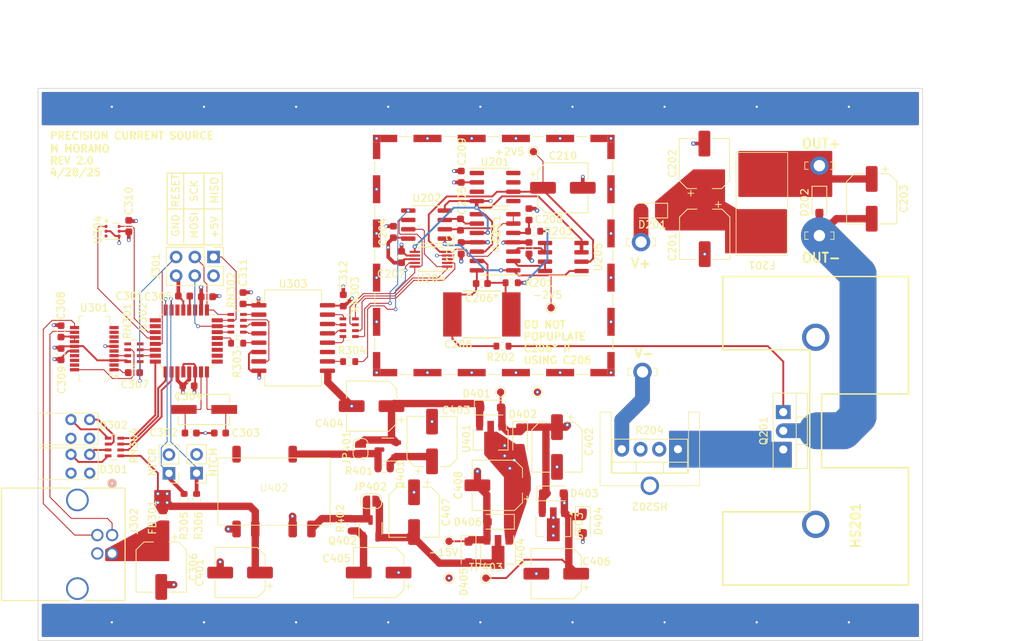
<source format=kicad_pcb>
(kicad_pcb (version 20241229) (generator "pcbnew") (generator_version "9.0")
  (title_block (title "Precision Current Source") (date "2025-04-28") (rev "2.0") (company "M Morano"))
  (layers (0 "F.Cu" signal) (4 "In1.Cu" signal) (6 "In2.Cu" signal) (2 "B.Cu" signal) (13 "F.Paste" user) (15 "B.Paste" user) (5 "F.SilkS" user "F.Silkscreen") (7 "B.SilkS" user "B.Silkscreen") (1 "F.Mask" user) (3 "B.Mask" user) (25 "Edge.Cuts" user))
  (net 0 "")
  (net 1 "GNDA")
  (net 2 "Net-(J302-VBUS)")
  (net 3 "/Digital/D+")
  (net 4 "/Digital/D-")
  (net 5 "GNDD")
  (net 6 "/Analog/RFB")
  (net 7 "/Analog/I_OUT")
  (net 8 "Net-(U203B-+)")
  (net 9 "Net-(D201-K)")
  (net 10 "+15VA")
  (net 11 "Net-(Q201-S)")
  (net 12 "Net-(Q401-B)")
  (net 13 "Net-(Q402-B)")
  (net 14 "/Analog/ADC-")
  (net 15 "-15VA")
  (net 16 "/Analog/SENS+")
  (net 17 "Net-(D401-K)")
  (net 18 "/Digital/SCK")
  (net 19 "Net-(U303-VID)")
  (net 20 "Net-(U303-VIF)")
  (net 21 "Net-(D405-A)")
  (net 22 "Net-(RN301B-R2.1)")
  (net 23 "/Digital/RESET")
  (net 24 "/Digital/MOSI")
  (net 26 "+5VD")
  (net 27 "/Digital/RX")
  (net 28 "/Digital/TX")
  (net 29 "Net-(D201-A)")
  (net 30 "Net-(RN302D-R4.2)")
  (net 31 "Net-(RN302C-R3.2)")
  (net 32 "Net-(RN302B-R2.2)")
  (net 33 "/POWER/+24V")
  (net 34 "Net-(U203D--)")
  (net 35 "/POWER/-24V")
  (net 36 "Net-(RN302A-R1.2)")
  (net 37 "/Digital/CS")
  (net 38 "/Digital/LD")
  (net 39 "/Digital/MISO")
  (net 40 "Net-(RN303D-R4.2)")
  (net 41 "Net-(RN303C-R3.2)")
  (net 42 "Net-(RN303B-R2.2)")
  (net 43 "Net-(RN303A-R1.2)")
  (net 44 "+5VA")
  (net 45 "/Analog/GATE")
  (net 46 "Net-(D301-RED+)")
  (net 47 "IMISO")
  (net 50 "Net-(U301-DTR)")
  (net 55 "/Digital/3V3")
  (net 60 "Net-(U302-PB6)")
  (net 61 "Net-(U302-PB7)")
  (net 64 "Net-(D301-GRN+)")
  (net 65 "Net-(D302-RED+)")
  (net 66 "Net-(U302-AREF)")
  (net 70 "/Digital/SDA")
  (net 71 "/Digital/SCL")
  (net 73 "Net-(C206-Pad2)")
  (net 74 "/Digital/TSR")
  (net 75 "/Digital/TSM")
  (net 76 "ILD")
  (net 77 "ICS")
  (net 83 "Net-(U203A--)")
  (net 84 "Net-(U203A-+)")
  (net 85 "Net-(RN301C-R3.1)")
  (net 88 "ISCK")
  (net 89 "IMOSI")
  (net 90 "Net-(D202-K)")
  (net 92 "Net-(D202-A)")
  (net 95 "Net-(D302-GRN+)")
  (net 96 "/Analog/-2V5")
  (net 97 "/Analog/ADC+")
  (net 98 "/Digital/STAT")
  (net 99 "/Digital/OT")
  (net 100 "/Digital/OC")
  (net 103 "/Analog/REF-")
  (net 104 "/Analog/VREF")
  (footprint "Package_TO_SOT_SMD:SOT-89-3" (layer "F.Cu") (at 142.4 123.25 -90)
    (property "Reference" "U404")
    (property "Value" "L79L15_SOT89")
  )
  (footprint "Capacitor_SMD:CP_Elec_6.3x5.8" (layer "F.Cu") (at 150.3 125.9 180)
    (property "Reference" "C406")
    (property "Value" "47u")
  )
  (footprint "Connector_PinHeader_2.54mm:PinHeader_2x03_P2.54mm_Vertical" (layer "F.Cu") (at 103.8 82.9 -90)
    (property "Reference" "J301")
    (property "Value" "AVR-ISP-6")
  )
  (footprint "digikey-footprints:TQFP-32_7x7mm" (layer "F.Cu") (at 100.1 94.3 90)
    (property "Reference" "U302")
    (property "Value" "ATMEGA328P-AUR")
  )
  (footprint "Components:577102B04000G" (layer "F.Cu") (at 163 113.9575 180)
    (property "Reference" "HS202")
    (property "Value" "Heatsink")
  )
  (footprint "Capacitor_SMD:CP_Elec_6.3x5.8" (layer "F.Cu") (at 142.3 113.9 180)
    (property "Reference" "C408")
    (property "Value" "47u")
  )
  (footprint "Resistor_SMD:R_0603_1608Metric" (layer "F.Cu") (at 122.2 97.1)
    (property "Reference" "R304")
    (property "Value" "1k")
  )
  (footprint "Package_TO_SOT_THT:TO-220-4_Vertical" (layer "F.Cu") (at 166.81 109 180)
    (property "Reference" "R204")
    (property "Value" "10R")
  )
  (footprint "Capacitor_SMD:C_0603_1608Metric" (layer "F.Cu") (at 102.9 88.3 180)
    (property "Reference" "C305")
    (property "Value" "100n")
  )
  (footprint "RF_Shielding:Laird_Technologies_BMI-S-204-F_32.00x32.00mm" (layer "F.Cu") (at 141.825 82.7)
    (property "Reference" "S101" (hide yes))
    (property "Value" "RFShield_OnePiece")
  )
  (footprint "Diode_SMD:D_SOD-123F" (layer "F.Cu") (at 142.4 118.85 180)
    (property "Reference" "D406")
    (property "Value" "D_Schottky")
  )
  (footprint "Resistor_SMD:R_0603_1608Metric" (layer "F.Cu") (at 147.3 79.4)
    (property "Reference" "R203")
    (property "Value" "10k")
  )
  (footprint "Resistor_SMD:R_0603_1608Metric" (layer "F.Cu") (at 122.5 119.25 90)
    (property "Reference" "R402")
    (property "Value" "160")
  )
  (footprint "Package_TO_SOT_SMD:SOT-23-3" (layer "F.Cu") (at 125.1 119.75 90)
    (property "Reference" "Q402")
    (property "Value" "FMMT734")
  )
  (footprint "Components:529802B02500G" (layer "F.Cu") (at 185.5 106.5 -90)
    (property "Reference" "HS201")
    (property "Value" "530002B02500G" (hide yes))
  )
  (footprint "TestPoint:TestPoint_Pad_D1.0mm" (layer "F.Cu") (at 149.6 89.8)
    (property "Reference" "TP201" (hide yes))
    (property "Value" "-2V5")
  )
  (footprint "Components:CB05_AVX" (layer "F.Cu") (at 140.2 90.7 180)
    (property "Reference" "C206")
    (property "Value" "1u")
  )
  (footprint "Package_SO:SOIC-16W_7.5x12.8mm_P1.27mm" (layer "F.Cu") (at 114.6 93.9)
    (property "Reference" "U303")
    (property "Value" "ADuM261")
  )
  (footprint "Components:0031.7701.22" (layer "F.Cu") (at 178.2 75.7 90)
    (property "Reference" "F201")
    (property "Value" "Fuse")
  )
  (footprint "Package_SO:MSOP-10_3x3mm_P0.5mm" (layer "F.Cu") (at 133.3 83.2 180)
    (property "Reference" "U204")
    (property "Value" "AD7789")
  )
  (footprint "Package_TO_SOT_SMD:SOT-23-3" (layer "F.Cu") (at 127.44375 109.05 180)
    (property "Reference" "Q401")
    (property "Value" "FMMT614TA")
  )
  (footprint "Components:XTAL_ECS-200-20-3X-TR" (layer "F.Cu") (at 102.5 103.6)
    (property "Reference" "Y301" (hide yes))
    (property "Value" "16 MHz")
  )
  (footprint "Capacitor_SMD:CP_Elec_6.3x5.8" (layer "F.Cu") (at 96.7 125 -90)
    (property "Reference" "C306")
    (property "Value" "47u")
  )
  (footprint "Package_TO_SOT_SMD:SOT-89-3" (layer "F.Cu") (at 141.4 107.75 -90)
    (property "Reference" "U401")
    (property "Value" "L78L15_SOT89")
  )
  (footprint "Capacitor_SMD:C_0603_1608Metric" (layer "F.Cu") (at 93 98.6 180)
    (property "Reference" "C307")
    (property "Value" "100n")
  )
  (footprint "Diode_SMD:D_SOD-123F" (layer "F.Cu") (at 186 75.5 -90)
    (property "Reference" "D202")
    (property "Value" "D_Schottky")
  )
  (footprint "Package_SO:SOIC-8_3.9x4.9mm_P1.27mm" (layer "F.Cu") (at 151.25 82.9 180)
    (property "Reference" "U205")
    (property "Value" "ORNTA1001AT1")
  )
  (footprint "Components:testPoint2Pads" (layer "F.Cu") (at 135.75 124 -90)
    (property "Reference" "TP402" (hide yes))
    (property "Value" "-15V")
  )
  (footprint "Package_SO:SOIC-8_3.9x4.9mm_P1.27mm" (layer "F.Cu") (at 132.7 78.5 180)
    (property "Reference" "U202")
    (property "Value" "LTC1595")
  )
  (footprint "Connector_PinHeader_2.54mm:PinHeader_1x02_P2.54mm_Vertical" (layer "F.Cu") (at 97.75 112.275 180)
    (property "Reference" "TH301" (hide yes))
    (property "Value" "1k")
  )
  (footprint "Diode_SMD:D_SOD-123F" (layer "F.Cu") (at 145.4 107.45 -90)
    (property "Reference" "D402")
    (property "Value" "D_Schottky")
  )
  (footprint "Resistor_SMD:R_0603_1608Metric" (layer "F.Cu") (at 96.935102 118.25 90)
    (property "Reference" "FB301")
    (property "Value" "120")
  )
  (footprint "Resistor_SMD:R_Array_Concave_4x0603" (layer "F.Cu") (at 90.35 108.7)
    (property "Reference" "RN304")
    (property "Value" "160")
  )
  (footprint "Resistor_SMD:R_0603_1608Metric" (layer "F.Cu") (at 101.5 115.9 90)
    (property "Reference" "R306")
    (property "Value" "1k")
  )
  (footprint "Resistor_SMD:R_0603_1608Metric" (layer "F.Cu") (at 144.25 86.4)
    (property "Reference" "R201")
    (property "Value" "10K")
  )
  (footprint "Diode_SMD:D_SOD-123F" (layer "F.Cu") (at 163.2 76.6 180)
    (property "Reference" "D201")
    (property "Value" "D_Schottky")
  )
  (footprint "Jumper:SolderJumper-2_P1.3mm_Open_RoundedPad1.0x1.5mm" (layer "F.Cu") (at 123.74375 108.95 90)
    (property "Reference" "JP401")
    (property "Value" "SolderJumper_2_Open")
  )
  (footprint "Capacitor_SMD:CP_Elec_6.3x5.8" (layer "F.Cu") (at 170.442596 79.810663 -90)
    (property "Reference" "C201")
    (property "Value" "10u")
  )
  (footprint "Resistor_SMD:R_Array_Concave_4x0603" (layer "F.Cu") (at 122.2 92.5 180)
    (property "Reference" "RN303")
    (property "Value" "1k")
  )
  (footprint "Capacitor_SMD:C_0603_1608Metric" (layer "F.Cu") (at 107.8 88.5 -90)
    (property "Reference" "C311")
    (property "Value" "100n")
  )
  (footprint "TestPoint:TestPoint_Pad_D1.0mm" (layer "F.Cu") (at 147.2 68.6)
    (property "Reference" "TP202" (hide yes))
    (property "Value" "+2V5")
  )
  (footprint "Capacitor_SMD:C_0603_1608Metric" (layer "F.Cu") (at 104.675 106.8 180)
    (property "Reference" "C303")
    (property "Value" "20p")
  )
  (footprint "Resistor_SMD:R_0603_1608Metric" (layer "F.Cu") (at 99.8 115.9 90)
    (property "Reference" "R305")
    (property "Value" "1k")
  )
  (footprint "Package_SO:SOIC-8_3.9x4.9mm_P1.27mm" (layer "F.Cu") (at 142 73.4)
    (property "Reference" "U201")
    (property "Value" "ADR441")
  )
  (footprint "Capacitor_SMD:C_0603_1608Metric" (layer "F.Cu") (at 92.3 78.7 90)
    (property "Reference" "C310")
    (property "Value" "100n")
  )
  (footprint "Components:WP934MD" (layer "F.Cu") (at 80.0125 106.25)
    (property "Reference" "D302")
    (property "Value" "~")
  )
  (footprint "Components:1211" (layer "F.Cu") (at 186 70.5 180)
    (property "Reference" "J201" (hide yes))
    (property "Value" "OUT+")
  )
  (footprint "Capacitor_SMD:C_0603_1608Metric" (layer "F.Cu") (at 137.4 72 90)
    (property "Reference" "C209")
    (property "Value" "100n")
  )
  (footprint "Capacitor_SMD:CP_Elec_6.3x5.8" (layer "F.Cu") (at 133.44375 107.95 90)
    (property "Reference" "C403")
    (property "Value" "47u")
  )
  (footprint "Capacitor_SMD:C_0603_1608Metric" (layer "F.Cu") (at 146.6 81.7 90)
    (property "Reference" "C211")
    (property "Value" "100n")
  )
  (footprint "Components:UJ2-BH-1-TH_CUD" (layer "F.Cu") (at 90.035101 120.657901 -90)
    (property "Reference" "J302")
    (property "Value" "USB B")
  )
  (footprint "Capacitor_SMD:CP_Elec_6.3x5.8" (layer "F.Cu") (at 131 117.55 -90)
    (property "Reference" "C407")
    (property "Value" "47u")
  )
  (footprint "Package_SON:WSON-6-1EP_2x2mm_P0.65mm_EP1x1.6mm" (layer "F.Cu") (at 90.1 79.4)
    (property "Reference" "U304")
    (property "Value" "TMP117xxDRV")
  )
  (footprint "Package_SO:SOIC-14_3.9x8.7mm_P1.27mm" (layer "F.Cu") (at 142 80.9 180)
    (property "Reference" "U203")
    (property "Value" "OPA4182")
  )
  (footprint "TestPoint:TestPoint_Pad_D1.0mm" (layer "F.Cu") (at 140.75 126.5)
    (property "Reference" "TP403")
    (property "Value" "+5V")
  )
  (footprint "Package_TO_SOT_SMD:SOT-89-3" (layer "F.Cu") (at 149.9 119.5 -90)
    (property "Reference" "U403")
    (property "Value" "L78L05")
  )
  (footprint "Capacitor_SMD:C_0603_1608Metric" (layer "F.Cu") (at 121.4 88.8 -90)
    (property "Reference" "C312")
    (property "Value" "100n")
  )
  (footprint "Diode_SMD:D_SOD-123F" (layer "F.Cu") (at 141.4 103.35)
    (property "Reference" "D401")
    (property "Value" "D_Schottky")
  )
  (footprint "Connector_PinHeader_2.54mm:PinHeader_1x02_P2.54mm_Vertical" (layer "F.Cu") (at 101.5 112.25 180)
    (property "Reference" "TH302" (hide yes))
    (property "Value" "1k")
  )
  (footprint "Capacitor_SMD:C_0603_1608Metric" (layer "F.Cu") (at 100.4 100.4 180)
    (property "Reference" "C304")
    (property "Value" "100n")
  )
  (footprint "Components:1211" (layer "F.Cu") (at 162 98.5 180)
    (property "Reference" "J204" (hide yes))
    (property "Value" "V-")
  )
  (footprint "Components:1211" (layer "F.Cu") (at 161.8 80.872404)
    (property "Reference" "J203" (hide yes))
    (property "Value" "V+")
  )
  (footprint "Capacitor_SMD:C_0603_1608Metric" (layer "F.Cu") (at 100.7 106.8 180)
    (property "Reference" "C302")
    (property "Value" "20p")
  )
  (footprint "Capacitor_SMD:CP_Elec_6.3x5.8" (layer "F.Cu") (at 170.4 70.2 90)
    (property "Reference" "C202")
    (property "Value" "10u")
  )
  (footprint "Resistor_SMD:R_0603_1608Metric" (layer "F.Cu") (at 143 95)
    (property "Reference" "R202")
    (property "Value" "1k")
  )
  (footprint "Resistor_SMD:R_0603_1608Metric" (layer "F.Cu") (at 126.94375 111.65)
    (property "Reference" "R401")
    (property "Value" "160")
  )
  (footprint "Capacitor_SMD:C_0603_1608Metric" (layer "F.Cu") (at 146.6 77.1 90)
    (property "Reference" "C208")
    (property "Value" "100n")
  )
  (footprint "Package_TO_SOT_THT:TO-220-3_Vertical" (layer "F.Cu") (at 181.1 103.96 -90)
    (property "Reference" "Q201")
    (property "Value" "IRF510")
  )
  (footprint "Resistor_SMD:R_Array_Concave_4x0603" (layer "F.Cu") (at 93 95.9)
    (property "Reference" "RN301")
    (property "Value" "1k")
  )
  (footprint "Capacitor_SMD:CP_Elec_6.3x5.8" (layer "F.Cu") (at 107.4 125.75 180)
    (property "Reference" "C401")
    (property "Value" "47u")
  )
  (footprint "Capacitor_SMD:C_0603_1608Metric" (layer "F.Cu") (at 140.2 86.5)
    (property "Reference" "C206*")
    (property "Value" "C_0603_1608Metric")
  )
  (footprint "Jumper:SolderJumper-2_P1.3mm_Open_RoundedPad1.0x1.5mm" (layer "F.Cu") (at 125.2 116.05 180)
    (property "Reference" "JP402")
    (property "Value" "SolderJumper_2_Open")
  )
  (footprint "Diode_SMD:D_SOD-123F" (layer "F.Cu") (at 138.4 122.95 -90)
    (property "Reference" "D405")
    (property "Value" "D_Schottky")
  )
  (footprint "Components:PDS1-S5-D15-M-TR" (layer "F.Cu") (at 112 114.75)
    (property "Reference" "U402")
    (property "Value" "PESE1-S5-S24-M")
  )
  (footprint "Diode_SMD:D_SOD-123F" (layer "F.Cu") (at 149.9 115)
    (property "Reference" "D403")
    (property "Value" "D_Schottky")
  )
  (footprint "Capacitor_SMD:C_0603_1608Metric" (layer "F.Cu") (at 129.3 82.9 90)
    (property "Reference" "C207")
    (property "Value" "100n")
  )
  (footprint "digikey-footprints:SSOP-20_W3.9mm" (layer "F.Cu") (at 87.6203 95.3475 180)
    (property "Reference" "U301")
    (property "Value" "FT231XS-U")
  )
  (footprint "Components:WP934MD" (layer "F.Cu") (at 80.02 110.98)
    (property "Reference" "D301")
    (property "Value" "~")
  )
  (footprint "Capacitor_SMD:CP_Elec_6.3x5.8" (layer "F.Cu") (at 151.2 73.5)
    (property "Reference" "C210")
    (property "Value" "47u")
  )
  (footprint "Capacitor_SMD:CP_Elec_6.3x5.8" (layer "F.Cu") (at 126.2 125.75 180)
    (property "Reference" "C405")
    (property "Value" "47u")
  )
  (footprint "Capacitor_SMD:C_0603_1608Metric" (layer "F.Cu") (at 83.1 96.1 90)
    (property "Reference" "C309")
    (property "Value" "100n")
  )
  (footprint "Capacitor_SMD:CP_Elec_6.3x5.8" (layer "F.Cu") (at 150.4 108.7 -90)
    (property "Reference" "C402")
    (property "Value" "47u")
  )
  (footprint "Capacitor_SMD:C_0603_1608Metric" (layer "F.Cu") (at 137.4 81.7 90)
    (property "Reference" "C212")
    (property "Value" "100n")
  )
  (footprint "Capacitor_SMD:C_0603_1608Metric" (layer "F.Cu") (at 137.3 78.5 90)
    (property "Reference" "C205")
    (property "Value" "100p")
  )
  (footprint "Capacitor_SMD:CP_Elec_6.3x5.8" (layer "F.Cu") (at 125.24375 103.15 180)
    (property "Reference" "C404")
    (property "Value" "47u")
  )
  (footprint "Resistor_SMD:R_0603_1608Metric" (layer "F.Cu") (at 107 94.6)
    (property "Reference" "R303")
    (property "Value" "1k")
  )
  (footprint "Diode_SMD:D_SOD-123F" (layer "F.Cu") (at 153.9 119 -90)
    (property "Reference" "D404")
    (property "Value" "D_Schottky")
  )
  (footprint "Capacitor_SMD:C_0603_1608Metric" (layer "F.Cu") (at 99.8 88.2 180)
    (property "Reference" "C301")
    (property "Value" "100n")
  )
  (footprint "Components:1211" (layer "F.Cu") (at 186 80)
    (property "Reference" "J202" (hide yes))
    (property "Value" "OUT-")
  )
  (footprint "Components:testPoint2Pads" (layer "F.Cu") (at 145.25 101.25)
    (property "Reference" "TP401" (hide yes))
    (property "Value" "+15V")
  )
  (footprint "Capacitor_SMD:C_0603_1608Metric" (layer "F.Cu") (at 83.1 93 90)
    (property "Reference" "C308")
    (property "Value" "100n")
  )
  (footprint "Capacitor_SMD:C_0603_1608Metric" (layer "F.Cu") (at 128.2 79.5 90)
    (property "Reference" "C204")
    (property "Value" "100n")
  )
  (footprint "Resistor_SMD:R_Array_Concave_4x0603" (layer "F.Cu") (at 107 91.9)
    (property "Reference" "RN302")
    (property "Value" "1k")
  )
  (footprint "Capacitor_SMD:CP_Elec_6.3x5.8" (layer "F.Cu") (at 193.1 75 -90)
    (property "Reference" "C203")
    (property "Value" "10u")
  )
  (footprint "Components:SmallNetTie" (layer "B.Cu") (at 140.9 75.3 180)
    (property "Reference" "NT201" (hide yes))
    (property "Value" "NetTie_2")
  )
  (gr_rect (start 97.5 71.5) (end 105 81.25) (stroke (width 0.15)) (fill no) (layer "F.SilkS"))
  (gr_line (start 99.75 71.5) (end 99.75 81) (stroke (width 0.15)) (layer "F.SilkS"))
  (gr_line (start 97.5 76.375) (end 105 76.375) (stroke (width 0.15)) (layer "F.SilkS"))
  (gr_line (start 102.5 71.5) (end 102.5 81.25) (stroke (width 0.15)) (layer "F.SilkS"))
  (gr_rect (start 80 60) (end 200 135) (stroke (width 0.1)) (fill no) (layer "Edge.Cuts"))
  (gr_text "NTCR" (at 95.5 110.75 90) (layer "F.SilkS") (effects (font (size 1 1))))
  (gr_text "GND" (at 99.25 80.25 90) (layer "F.SilkS") (effects (font (size 1 1)) (justify left bottom)))
  (gr_text "MISO" (at 104.5 75.75 90) (layer "F.SilkS") (effects (font (size 1 1)) (justify left bottom)))
  (gr_text "PRECISION CURRENT SOURCE" (at 81.5 67 0) (layer "F.SilkS") (effects (font (size 1 1) (thickness 0.2) (bold yes)) (justify left bottom)))
  (gr_text "DO NOT \nPOPUPLATE\nC206* IF \nUSING C206" (at 145.75 97.5 0) (layer "F.SilkS") (effects (font (size 1 1) (thickness 0.2) (bold yes)) (justify left bottom)))
  (gr_text "MOSI" (at 101.75 80.5 90) (layer "F.SilkS") (effects (font (size 1 1)) (justify left bottom)))
  (gr_text "SCK" (at 101.75 75.5 90) (layer "F.SilkS") (effects (font (size 1 1)) (justify left bottom)))
  (gr_text "RESET" (at 99.25 76.25 90) (layer "F.SilkS") (effects (font (size 1 1)) (justify left bottom)))
  (gr_text "NTCM" (at 103.75 110.75 90) (layer "F.SilkS") (effects (font (size 1 1))))
  (gr_text "M MORANO\nREV 2.0\n4/28/25" (at 81.5 72 0) (layer "F.SilkS") (effects (font (size 1 1) (thickness 0.2) (bold yes)) (justify left bottom)))
  (gr_text "+5V" (at 104.5 80.5 90) (layer "F.SilkS") (effects (font (size 1 1)) (justify left bottom)))
  (segment (start 159.19 105.06) (end 159.19 109) (width 2) (layer "F.Cu") (net 1))
  (segment (start 141.4 75.3) (end 141.1 75.3) (width 0.254) (layer "F.Cu") (net 1))
  (segment (start 114.54 119.83) (end 114.54 118.14) (width 1) (layer "F.Cu") (net 1))
  (segment (start 128.2 78.725) (end 127.225 78.725) (width 0.5) (layer "F.Cu") (net 1))
  (segment (start 129.3 82.125) (end 129.3 81.2) (width 0.5) (layer "F.Cu") (net 1))
  (segment (start 121.4 87.95) (end 121.4 86.9) (width 0.5) (layer "F.Cu") (net 1))
  (segment (start 129.975 82.7) (end 131.1 82.7) (width 0.254) (layer "F.Cu") (net 1))
  (segment (start 162 98.5) (end 162 102.25) (width 2) (layer "F.Cu") (net 1))
  (segment (start 137.4 82.475) (end 137.4 83.5) (width 0.5) (layer "F.Cu") (net 1))
  (segment (start 168.9 67.5) (end 170.4 67.5) (width 0.5) (layer "F.Cu") (net 1))
  (segment (start 146.6 76.325) (end 147.425 76.325) (width 0.5) (layer "F.Cu") (net 1))
  (segment (start 162 102.25) (end 159.19 105.06) (width 2) (layer "F.Cu") (net 1))
  (segment (start 129.3 82.025) (end 129.975 82.7) (width 0.254) (layer "F.Cu") (net 1))
  (segment (start 114.54 118.14) (end 114.5 118.1) (width 1) (layer "F.Cu") (net 1))
  (segment (start 146.6 83) (end 147 83.4) (width 0.5) (layer "F.Cu") (net 1))
  (segment (start 119.3 98.7) (end 119.3 99.90625) (width 1) (layer "F.Cu") (net 1))
  (segment (start 136.425 71.225) (end 137.4 71.225) (width 0.5) (layer "F.Cu") (net 1))
  (segment (start 147.425 76.325) (end 147.7 76.6) (width 0.5) (layer "F.Cu") (net 1))
  (segment (start 153.9 73.5) (end 153.9 72) (width 0.5) (layer "F.Cu") (net 1))
  (segment (start 153.9 121.6) (end 153.9 120.4) (width 0.5) (layer "F.Cu") (net 1))
  (segment (start 146.6 82.475) (end 146.6 83) (width 0.5) (layer "F.Cu") (net 1))
  (segment (start 119.3 99.90625) (end 122.54375 103.15) (width 1) (layer "F.Cu") (net 1))
  (via (at 132.825 66.8) (size 0.5) (drill 0.3) (layers "F.Cu" "B.Cu") (net 1))
  (via (at 157.725 73.7) (size 0.5) (drill 0.3) (layers "F.Cu" "B.Cu") (net 1))
  (via (at 168.9 67.5) (size 0.6) (drill 0.3) (layers "F.Cu" "B.Cu") (net 1))
  (via (at 143.3 109.9) (size 0.5) (drill 0.3) (layers "F.Cu" "B.Cu") (net 1))
  (via (at 143.3 108.5) (size 0.5) (drill 0.3) (layers "F.Cu" "B.Cu") (net 1))
  (via (at 153.9 121.6) (size 0.5) (drill 0.3) (layers "F.Cu" "B.Cu") (net 1))
  (via (at 127.225 78.725) (size 0.5) (drill 0.3) (layers "F.Cu" "B.Cu") (net 1))
  (via (at 157.725 91.7) (size 0.5) (drill 0.3) (layers "F.Cu" "B.Cu") (net 1))
  (via (at 137.4 83.5) (size 0.6) (drill 0.3) (layers "F.Cu" "B.Cu") (net 1))
  (via (at 157.725 98.6) (size 0.5) (drill 0.3) (layers "F.Cu" "B.Cu") (net 1))
  (via (at 132.825 98.6) (size 0.5) (drill 0.3) (layers "F.Cu" "B.Cu") (net 1))
  (via (at 147.75 101.25) (size 0.5) (drill 0.3) (layers "F.Cu" "B.Cu") (net 1))
  (via (at 147 83.4) (size 0.6) (drill 0.3) (layers "F.Cu" "B.Cu") (net 1))
  (via (at 170.442596 82.510663) (size 0.5) (drill 0.3) (layers "F.Cu" "B.Cu") (net 1))
  (via (at 138.825 66.8) (size 0.5) (drill 0.3) (layers "F.Cu" "B.Cu") (net 1))
  (via (at 129.3 81.2) (size 0.5) (drill 0.3) (layers "F.Cu" "B.Cu") (net 1))
  (via (at 144.6 110.5) (size 0.5) (drill 0.3) (layers "F.Cu" "B.Cu") (net 1))
  (via (at 125.925 66.8) (size 0.5) (drill 0.3) (layers "F.Cu" "B.Cu") (net 1))
  (via (at 153.9 72) (size 0.5) (drill 0.3) (layers "F.Cu" "B.Cu") (net 1))
  (via (at 128.9 125.75) (size 0.5) (drill 0.3) (layers "F.Cu" "B.Cu") (net 1))
  (via (at 149.9 118.3) (size 0.5) (drill 0.3) (layers "F.Cu" "B.Cu") (net 1))
  (via (at 150.4 111.4) (size 0.5) (drill 0.3) (layers "F.Cu" "B.Cu") (net 1))
  (via (at 125.925 85.7) (size 0.5) (drill 0.3) (layers "F.Cu" "B.Cu") (net 1))
  (via (at 121.4 86.9) (size 0.5) (drill 0.3) (layers "F.Cu" "B.Cu") (net 1))
  (via (at 136.425 71.225) (size 0.5) (drill 0.3) (layers "F.Cu" "B.Cu") (net 1))
  (via (at 125.925 73.7) (size 0.5) (drill 0.3) (layers "F.Cu" "B.Cu") (net 1))
  (via (at 157.725 79.7) (size 0.5) (drill 0.3) (layers "F.Cu" "B.Cu") (net 1))
  (via (at 157.725 85.7) (size 0.5) (drill 0.3) (layers "F.Cu" "B.Cu") (net 1))
  (via (at 144.825 98.6) (size 0.5) (drill 0.3) (layers "F.Cu" "B.Cu") (net 1))
  (via (at 144 111.6) (size 0.5) (drill 0.3) (layers "F.Cu" "B.Cu") (net 1))
  (via (at 138.825 98.6) (size 0.5) (drill 0.3) (layers "F.Cu" "B.Cu") (net 1))
  (via (at 141.4 75.3) (size 0.5) (drill 0.3) (layers "F.Cu" "B.Cu") (net 1))
  (via (at 149.9 120.7) (size 0.5) (drill 0.3) (layers "F.Cu" "B.Cu") (net 1))
  (via (at 122.54375 103.15) (size 0.5) (drill 0.3) (layers "F.Cu" "B.Cu") (net 1))
  (via (at 125.925 91.7) (size 0.5) (drill 0.3) (layers "F.Cu" "B.Cu") (net 1))
  (via (at 150.825 66.8) (size 0.5) (drill 0.3) (layers "F.Cu" "B.Cu") (net 1))
  (via (at 144.825 66.8) (size 0.5) (drill 0.3) (layers "F.Cu" "B.Cu") (net 1))
  (via (at 149.9 119.5) (size 0.5) (drill 0.3) (layers "F.Cu" "B.Cu") (net 1))
  (via (at 147.6 125.9) (size 0.5) (drill 0.3) (layers "F.Cu" "B.Cu") (net 1))
  (via (at 131 114.85) (size 0.5) (drill 0.3) (layers "F.Cu" "B.Cu") (net 1))
  (via (at 133.44375 105.25) (size 0.5) (drill 0.3) (layers "F.Cu" "B.Cu") (net 1))
  (via (at 147.7 76.6) (size 0.6) (drill 0.3) (layers "F.Cu" "B.Cu") (net 1))
  (via (at 125.925 98.6) (size 0.5) (drill 0.3) (layers "F.Cu" "B.Cu") (net 1))
  (via (at 125.925 79.7) (size 0.5) (drill 0.3) (layers "F.Cu" "B.Cu") (net 1))
  (via (at 135.75 126.5) (size 0.5) (drill 0.3) (layers "F.Cu" "B.Cu") (net 1))
  (via (at 150.825 98.6) (size 0.5) (drill 0.3) (layers "F.Cu" "B.Cu") (net 1))
  (via (at 114.5 118.1) (size 0.5) (drill 0.3) (layers "F.Cu" "B.Cu") (net 1))
  (via (at 157.725 66.8) (size 0.5) (drill 0.3) (layers "F.Cu" "B.Cu") (net 1))
  (segment (start 159.19 105.06) (end 159.19 109) (width 2) (layer "B.Cu") (net 1))
  (segment (start 162 102.25) (end 159.19 105.06) (width 2) (layer "B.Cu") (net 1))
  (segment (start 162 98.5) (end 162 102.25) (width 2) (layer "B.Cu") (net 1))
  (segment (start 84.5095 91.5095) (end 84.9406 91.9406) (width 0.127) (layer "F.Cu") (net 3))
  (segment (start 81.8905 91.5095) (end 84.5095 91.5095) (width 0.127) (layer "F.Cu") (net 3))
  (segment (start 84.9406 91.9406) (end 84.9406 92.49) (width 0.127) (layer "F.Cu") (net 3))
  (segment (start 84.957901 120.657901) (end 80.7 116.4) (width 0.127) (layer "F.Cu") (net 3))
  (segment (start 80.7 92.7) (end 81.8905 91.5095) (width 0.127) (layer "F.Cu") (net 3))
  (segment (start 80.7 116.4) (end 80.7 92.7) (width 0.127) (layer "F.Cu") (net 3))
  (segment (start 88.0351 120.657901) (end 84.957901 120.657901) (width 0.127) (layer "F.Cu") (net 3))
  (segment (start 82 93) (end 81.6 93.4) (width 0.127) (layer "F.Cu") (net 4))
  (segment (start 89.4 118.4) (end 90.035102 119.035102) (width 0.127) (layer "F.Cu") (net 4))
  (segment (start 84.5 118.4) (end 89.4 118.4) (width 0.127) (layer "F.Cu") (net 4))
  (segment (start 81.6 115.5) (end 84.5 118.4) (width 0.127) (layer "F.Cu") (net 4))
  (segment (start 90.035102 119.035102) (end 90.035102 120.657901) (width 0.127) (layer "F.Cu") (net 4))
  (segment (start 84.8156 93) (end 82 93) (width 0.127) (layer "F.Cu") (net 4))
  (segment (start 81.6 93.4) (end 81.6 115.5) (width 0.127) (layer "F.Cu") (net 4))
  (segment (start 83.2 96.5366) (end 84.0716 95.665) (width 0.254) (layer "F.Cu") (net 5))
  (segment (start 93.275 78.025) (end 93.3 78) (width 0.5) (layer "F.Cu") (net 5))
  (segment (start 90.3 95.03) (end 89.13 95.03) (width 0.254) (layer "F.Cu") (net 5))
  (segment (start 108.598 96.102) (end 108.895 95.805) (width 0.254) (layer "F.Cu") (net 5))
  (segment (start 89.80625 79.4) (end 89.2125 79.4) (width 0.254) (layer "F.Cu") (net 5))
  (segment (start 90.9875 80.05) (end 90.45625 80.05) (width 0.254) (layer "F.Cu") (net 5))
  (segment (start 82.2 96.775) (end 83.2 96.775) (width 0.5) (layer "F.Cu") (net 5))
  (segment (start 103.825 106.8) (end 102.7 106.8) (width 0.254) (layer "F.Cu") (net 5))
  (segment (start 110 99.3) (end 110 98.395) (width 0.5) (layer "F.Cu") (net 5))
  (segment (start 109.95 98.345) (end 108.845 98.345) (width 0.254) (layer "F.Cu") (net 5))
  (segment (start 103.675 88.2) (end 104.6 88.2) (width 0.5) (layer "F.Cu") (net 5))
  (segment (start 84.0716 95.665) (end 84.9406 95.665) (width 0.254) (layer "F.Cu") (net 5))
  (segment (start 108.895 95.805) (end 109.95 95.805) (width 0.254) (layer "F.Cu") (net 5))
  (segment (start 90.9875 80.9875) (end 91 81) (width 0.127) (layer "F.Cu") (net 5))
  (segment (start 98.9 98.5) (end 98.9 99.65) (width 0.5) (layer "F.Cu") (net 5))
  (segment (start 99.7 88.875) (end 99.7 90.1) (width 0.254) (layer "F.Cu") (net 5))
  (segment (start 108.9 87.7) (end 107.85 87.7) (width 0.5) (layer "F.Cu") (net 5))
  (segment (start 98.9 99.65) (end 99.65 100.4) (width 0.5) (layer "F.Cu") (net 5))
  (segment (start 98.72 85.44) (end 99.2025 85.44) (width 0.254) (layer "F.Cu") (net 5))
  (segment (start 98.4 127.4) (end 96.985102 127.4) (width 1) (layer "F.Cu") (net 5))
  (segment (start 99.025 88.2) (end 99.7 88.875) (width 0.254) (layer "F.Cu") (net 5))
  (segment (start 100.5 98.5) (end 100.5 99.55) (width 0.5) (layer "F.Cu") (net 5))
  (segment (start 108.845 98.345) (end 108.598 98.098) (width 0.254) (layer "F.Cu") (net 5))
  (segment (start 100.5 99.55) (end 99.65 100.4) (width 0.5) (layer "F.Cu") (net 5))
  (segment (start 82.1 92.15) (end 83.2 92.15) (width 0.5) (layer "F.Cu") (net 5))
  (segment (start 89.13 95.03) (end 89.1 95) (width 0.254) (layer "F.Cu") (net 5))
  (segment (start 99.65 101.3) (end 99.65 100.4) (width 0.5) (layer "F.Cu") (net 5))
  (segment (start 104.7 125.75) (end 104.7 124.3) (width 1) (layer "F.Cu") (net 5))
  (segment (start 105.8 119.83) (end 106.92 119.83) (width 1) (layer "F.Cu") (net 5))
  (segment (start 108.598 98.098) (end 108.598 96.102) (width 0.254) (layer "F.Cu") (net 5))
  (segment (start 92.3 78.025) (end 93.275 78.025) (width 0.5) (layer "F.Cu") (net 5))
  (segment (start 98.72 85.44) (end 99.025 85.745) (width 0.5) (layer "F.Cu") (net 5))
  (segment (start 90.45625 80.05) (end 89.80625 79.4) (width 0.254) (layer "F.Cu") (net 5))
  (segment (start 101.575 106.8) (end 102.7 106.8) (width 0.254) (layer "F.Cu") (net 5))
  (segment (start 99.025 85.745) (end 99.025 88.2) (width 0.5) (layer "F.Cu") (net 5))
  (segment (start 90.9875 80.05) (end 90.9875 80.9875) (width 0.254) (layer "F.Cu") (net 5))
  (via (at 140 62.5) (size 0.5) (drill 0.3) (layers "F.Cu" "B.Cu") (net 5))
  (via (at 82.1 92.15) (size 0.5) (drill 0.3) (layers "F.Cu" "B.Cu") (net 5))
  (via (at 102.5 62.5) (size 0.5) (drill 0.3) (layers "F.Cu" "B.Cu") (net 5))
  (via (at 190 62.5) (size 0.5) (drill 0.3) (layers "F.Cu" "B.Cu") (net 5))
  (via (at 98.4 127.4) (size 0.5) (drill 0.3) (layers "F.Cu" "B.Cu") (net 5))
  (via (at 127.5 132.5) (size 0.5) (drill 0.3) (layers "F.Cu" "B.Cu") (net 5))
  (via (at 102.7 106.8) (size 0.5) (drill 0.3) (layers "F.Cu" "B.Cu") (net 5))
  (via (at 90 62.5) (size 0.5) (drill 0.3) (layers "F.Cu" "B.Cu") (net 5))
  (via (at 104.7 124.3) (size 0.5) (drill 0.3) (layers "F.Cu" "B.Cu") (net 5))
  (via (at 82.2 96.775) (size 0.5) (drill 0.3) (layers "F.Cu" "B.Cu") (net 5))
  (via (at 99.65 101.3) (size 0.5) (drill 0.3) (layers "F.Cu" "B.Cu") (net 5))
  (via (at 152.5 62.5) (size 0.5) (drill 0.3) (layers "F.Cu" "B.Cu") (net 5))
  (via (at 110 99.3) (size 0.5) (drill 0.3) (layers "F.Cu" "B.Cu") (net 5))
  (via (at 177.5 62.5) (size 0.5) (drill 0.3) (layers "F.Cu" "B.Cu") (net 5))
  (via (at 165 132.5) (size 0.5) (drill 0.3) (layers "F.Cu" "B.Cu") (net 5))
  (via (at 165 62.5) (size 0.5) (drill 0.3) (layers "F.Cu" "B.Cu") (net 5))
  (via (at 152.5 132.5) (size 0.5) (drill 0.3) (layers "F.Cu" "B.Cu") (net 5))
  (via (at 91 81) (size 0.5) (drill 0.3) (layers "F.Cu" "B.Cu") (net 5))
  (via (at 140 132.5) (size 0.5) (drill 0.3) (layers "F.Cu" "B.Cu") (net 5))
  (via (at 115 62.5) (size 0.5) (drill 0.3) (layers "F.Cu" "B.Cu") (net 5))
  (via (at 90 132.5) (size 0.5) (drill 0.3) (layers "F.Cu" "B.Cu") (net 5))
  (via (at 105.8 119.83) (size 0.6) (drill 0.3) (layers "F.Cu" "B.Cu") (net 5))
  (via (at 102.5 132.5) (size 0.5) (drill 0.3) (layers "F.Cu" "B.Cu") (net 5))
  (via (at 93.3 78) (size 0.5) (drill 0.3) (layers "F.Cu" "B.Cu") (net 5))
  (via (at 108.9 87.7) (size 0.5) (drill 0.3) (layers "F.Cu" "B.Cu") (net 5))
  (via (at 115 132.5) (size 0.5) (drill 0.3) (layers "F.Cu" "B.Cu") (net 5))
  (via (at 190 132.5) (size 0.5) (drill 0.3) (layers "F.Cu" "B.Cu") (net 5))
  (via (at 104.6 88.2) (size 0.5) (drill 0.3) (layers "F.Cu" "B.Cu") (net 5))
  (via (at 89.1 95) (size 0.5) (drill 0.3) (layers "F.Cu" "B.Cu") (net 5))
  (via (at 127.5 62.5) (size 0.5) (drill 0.3) (layers "F.Cu" "B.Cu") (net 5))
  (via (at 177.5 132.5) (size 0.5) (drill 0.3) (layers "F.Cu" "B.Cu") (net 5))
  (segment (start 139.525 82.17) (end 140.63 82.17) (width 0.25) (layer "F.Cu") (net 6))
  (segment (start 139.525 77.09) (end 140.59 77.09) (width 0.25) (layer "F.Cu") (net 6))
  (segment (start 140.59 77.09) (end 141.6 78.1) (width 0.25) (layer "F.Cu") (net 6))
  (segment (start 135.175 79.135) (end 137.16 79.135) (width 0.254) (layer "F.Cu") (net 6))
  (segment (start 141.4 79) (end 137.575 79) (width 0.25) (layer "F.Cu") (net 6))
  (segment (start 141.6 81.2) (end 141.6 78.1) (width 0.25) (layer "F.Cu") (net 6))
  (segment (start 140.63 82.17) (end 141.6 81.2) (width 0.25) (layer "F.Cu") (net 6))
  (segment (start 139.525 78.36) (end 137.935 78.36) (width 0.25) (layer "F.Cu") (net 7))
  (segment (start 137.935 78.36) (end 137.3 77.725) (width 0.25) (layer "F.Cu") (net 7))
  (segment (start 137.3 77.725) (end 135.315 77.725) (width 0.254) (layer "F.Cu") (net 7))
  (segment (start 144.475 79.63) (end 146.245 79.63) (width 0.254) (layer "F.Cu") (net 8))
  (segment (start 146.6 77.875) (end 146.6 79.275) (width 0.254) (layer "F.Cu") (net 8))
  (segment (start 151.8 105.7) (end 151.8 105.8) (width 1) (layer "F.Cu") (net 10))
  (segment (start 150.4 106) (end 146 106) (width 1) (layer "F.Cu") (net 10))
  (segment (start 142.925 103.35) (end 142.925 105.775) (width 1) (layer "F.Cu") (net 10))
  (segment (start 144.475 80.9) (end 146.3 80.9) (width 0.5) (layer "F.Cu") (net 10))
  (segment (start 143.175 80.9) (end 143.1 80.975) (width 0.5) (layer "F.Cu") (net 10))
  (segment (start 144.475 80.9) (end 143.175 80.9) (width 0.5) (layer "F.Cu") (net 10))
  (segment (start 143.7 106.6) (end 142.9 105.8) (width 1) (layer "F.Cu") (net 10))
  (segment (start 148.9 114.85) (end 149.05 115) (width 1) (layer "F.Cu") (net 10))
  (segment (start 142.75 101.5) (end 142.75 103.175) (width 0.254) (layer "F.Cu") (net 10))
  (segment (start 151.8 105.8) (end 151.6 106) (width 1) (layer "F.Cu") (net 10))
  (segment (start 145.4 106.6) (end 143.7 106.6) (width 1) (layer "F.Cu") (net 10))
  (segment (start 142.925 105.775) (end 142.9 105.8) (width 1) (layer "F.Cu") (net 10))
  (segment (start 151.6 106) (end 150.4 106) (width 1) (layer "F.Cu") (net 10))
  (segment (start 146 106) (end 145.4 106.6) (width 1) (layer "F.Cu") (net 10))
  (segment (start 148.85 115.2) (end 149.05 115) (width 1) (layer "F.Cu") (net 10))
  (segment (start 149.05 115) (end 148.4 115.65) (width 1) (layer "F.Cu") (net 10))
  (segment (start 149 106) (end 148.9 106.1) (width 1) (layer "F.Cu") (net 10))
  (segment (start 148.9 106.1) (end 148.9 114.85) (width 1) (layer "F.Cu") (net 10))
  (segment (start 148.4 117.55) (end 148.4 115.65) (width 1) (layer "F.Cu") (net 10))
  (via (at 151.8 105.7) (size 0.6) (drill 0.3) (layers "F.Cu" "B.Cu") (net 10))
  (via (at 143.1 80.975) (size 0.5) (drill 0.3) (layers "F.Cu" "B.Cu") (net 10))
  (segment (start 127.76875 111.65) (end 127.76875 110.8125) (width 1) (layer "F.Cu") (net 12))
  (segment (start 127.76875 110.8125) (end 128.58125 110) (width 1) (layer "F.Cu") (net 12))
  (segment (start 128.58125 110) (end 132.79375 110) (width 1) (layer "F.Cu") (net 12))
  (segment (start 132.79375 110) (end 133.44375 110.65) (width 1) (layer "F.Cu") (net 12))
  (segment (start 124.15 125.1) (end 123.5 125.75) (width 1) (layer "F.Cu") (net 13))
  (segment (start 124.15 120.8875) (end 124.15 125.1) (width 1) (layer "F.Cu") (net 13))
  (segment (start 123.3625 120.1) (end 124.15 120.8875) (width 1) (layer "F.Cu") (net 13))
  (segment (start 122.5 120.1) (end 123.3625 120.1) (width 1) (layer "F.Cu") (net 13))
  (segment (start 135.5 82.7) (end 134.1 82.7) (width 0.127) (layer "F.Cu") (net 14))
  (via (at 134.1 82.7) (size 0.5) (drill 0.3) (layers "F.Cu" "B.Cu") (net 14))
  (segment (start 140.875 118.85) (end 140.875 115.175) (width 1) (layer "F.Cu") (net 15))
  (segment (start 138.35 121.5) (end 135.75 121.5) (width 0.254) (layer "F.Cu") (net 15))
  (segment (start 140.9 118.875) (end 140.875 118.85) (width 1) (layer "F.Cu") (net 15))
  (segment (start 139.6 112) (end 139.6 113.65) (width 1) (layer "F.Cu") (net 15))
  (segment (start 139.525 80.9) (end 141 80.9) (width 0.5) (layer "F.Cu") (net 15))
  (segment (start 140.875 115.175) (end 139.6 113.9) (width 1) (layer "F.Cu") (net 15))
  (segment (start 140.9 121.3) (end 140.9 118.875) (width 1) (layer "F.Cu") (net 15))
  (segment (start 139.525 80.9) (end 137.38 80.9) (width 0.5) (layer "F.Cu") (net 15))
  (segment (start 138.65 121.3) (end 138.4 121.55) (width 1) (layer "F.Cu") (net 15))
  (segment (start 140.9 121.3) (end 138.65 121.3) (width 1) (layer "F.Cu") (net 15))
  (via (at 139.6 112) (size 0.6) (drill 0.3) (layers "F.Cu" "B.Cu") (net 15))
  (via (at 141 80.9) (size 0.6) (drill 0.3) (layers "F.Cu" "B.Cu") (net 15))
  (segment (start 149.1 79.4) (end 148.125 79.4) (width 0.254) (layer "F.Cu") (net 16))
  (segment (start 145.075 86.4) (end 146 86.4) (width 0.5) (layer "F.Cu") (net 16))
  (via (at 146 86.4) (size 0.6) (drill 0.3) (layers "F.Cu" "B.Cu") (net 16))
  (via (at 149.1 79.4) (size 0.6) (drill 0.3) (layers "F.Cu" "B.Cu") (net 16))
  (segment (start 149.1 79.4) (end 149.1 83.3) (width 0.254) (layer "B.Cu") (net 16))
  (segment (start 149.1 83.3) (end 146 86.4) (width 0.254) (layer "B.Cu") (net 16))
  (segment (start 123.74375 108.3) (end 123.99375 108.05) (width 1) (layer "F.Cu") (net 17))
  (segment (start 139.9 102.9) (end 139.9 104.7) (width 1) (layer "F.Cu") (net 17))
  (segment (start 123.99375 108.05) (end 124.29375 107.75) (width 1) (layer "F.Cu") (net 17))
  (segment (start 124.29375 107.75) (end 128.23125 107.75) (width 1) (layer "F.Cu") (net 17))
  (segment (start 139.9 104.7) (end 139.9 105.8) (width 1) (layer "F.Cu") (net 17))
  (segment (start 128.29375 102.8) (end 127.94375 103.15) (width 1) (layer "F.Cu") (net 17))
  (segment (start 140 102.8) (end 128.29375 102.8) (width 1) (layer "F.Cu") (net 17))
  (segment (start 140 102.8) (end 139.9 102.9) (width 1) (layer "F.Cu") (net 17))
  (segment (start 127.94375 107.4625) (end 128.58125 108.1) (width 1) (layer "F.Cu") (net 17))
  (segment (start 127.94375 103.15) (end 127.94375 107.4625) (width 1) (layer "F.Cu") (net 17))
  (segment (start 128.23125 107.75) (end 128.58125 108.1) (width 1) (layer "F.Cu") (net 17))
  (segment (start 102.9 90.1) (end 102.9 86.6) (width 0.127) (layer "F.Cu") (net 18))
  (segment (start 102.5 84.14) (end 101.26 82.9) (width 0.127) (layer "F.Cu") (net 18))
  (segment (start 102.5 86.2) (end 102.5 84.14) (width 0.127) (layer "F.Cu") (net 18))
  (segment (start 104.4 90.7) (end 106.1 90.7) (width 0.127) (layer "F.Cu") (net 18))
  (segment (start 102.9 86.6) (end 102.5 86.2) (width 0.127) (layer "F.Cu") (net 18))
  (segment (start 102.9 90.1) (end 103.8 90.1) (width 0.127) (layer "F.Cu") (net 18))
  (segment (start 103.8 90.1) (end 104.4 90.7) (width 0.127) (layer "F.Cu") (net 18))
  (segment (start 107.89 94.535) (end 109.95 94.535) (width 0.127) (layer "F.Cu") (net 19))
  (segment (start 119.25 97.075) (end 121.45 97.075) (width 0.127) (layer "F.Cu") (net 20))
  (segment (start 126.3 116.5) (end 125.85 116.05) (width 1) (layer "F.Cu") (net 21))
  (segment (start 134.45 124.475) (end 138.4 124.475) (width 1) (layer "F.Cu") (net 21))
  (segment (start 131 120.25) (end 130.25 121) (width 1) (layer "F.Cu") (net 21))
  (segment (start 131 120.25) (end 130.6125 120.6375) (width 1) (layer "F.Cu") (net 21))
  (segment (start 130.25 121) (end 126.3 121) (width 1) (layer "F.Cu") (net 21))
  (segment (start 142.4 124.45) (end 138.425 124.45) (width 1) (layer "F.Cu") (net 21))
  (segment (start 126.3 121) (end 126.3 116.5) (width 1) (layer "F.Cu") (net 21))
  (segment (start 130.6125 120.6375) (end 134.45 124.475) (width 1) (layer "F.Cu") (net 21))
  (segment (start 93 98.990843) (end 92.590843 99.4) (width 0.127) (layer "F.Cu") (net 22))
  (segment (start 92.15 95.5) (end 92.7 95.5) (width 0.127) (layer "F.Cu") (net 22))
  (segment (start 90.1 99.4) (end 88.905 98.205) (width 0.127) (layer "F.Cu") (net 22))
  (segment (start 92.7 95.5) (end 93 95.8) (width 0.127) (layer "F.Cu") (net 22))
  (segment (start 93 95.8) (end 93 98.990843) (width 0.127) (layer "F.Cu") (net 22))
  (segment (start 88.905 98.205) (end 84.9406 98.205) (width 0.127) (layer "F.Cu") (net 22))
  (segment (start 92.590843 99.4) (end 90.1 99.4) (width 0.127) (layer "F.Cu") (net 22))
  (segment (start 96.8 94.7) (end 95.9 94.7) (width 0.127) (layer "F.Cu") (net 23))
  (segment (start 93.85 97.1) (end 93.85 98.525) (width 0.127) (layer "F.Cu") (net 23))
  (segment (start 96.8405 91.0405) (end 96.8405 94.6595) (width 0.127) (layer "F.Cu") (net 23))
  (segment (start 93.8 99.7) (end 93.8 98.625) (width 0.127) (layer "F.Cu") (net 23))
  (segment (start 96.8405 94.6595) (end 96.8 94.7) (width 0.127) (layer "F.Cu") (net 23))
  (segment (start 98.72 82.9) (end 96.8345 84.7855) (width 0.127) (layer "F.Cu") (net 23))
  (segment (start 96.8345 91.0345) (end 96.8405 91.0405) (width 0.127) (layer "F.Cu") (net 23))
  (segment (start 96.8345 84.7855) (end 96.8345 91.0345) (width 0.127) (layer "F.Cu") (net 23))
  (via (at 93.8 99.7) (size 0.5) (drill 0.3) (layers "F.Cu" "B.Cu") (net 23))
  (segment (start 93.775 99.675) (end 93.775 87.845) (width 0.127) (layer "B.Cu") (net 23))
  (segment (start 93.8 99.7) (end 93.775 99.675) (width 0.127) (layer "B.Cu") (net 23))
  (segment (start 93.775 87.845) (end 98.72 82.9) (width 0.127) (layer "B.Cu") (net 23))
  (segment (start 101.7 92.3) (end 104.3 92.3) (width 0.127) (layer "F.Cu") (net 24))
  (segment (start 104.3 92.3) (end 106.1 92.3) (width 0.127) (layer "F.Cu") (net 24))
  (via (at 101.7 92.3) (size 0.5) (drill 0.3) (layers "F.Cu" "B.Cu") (net 24))
  (segment (start 101.26 91.86) (end 101.7 92.3) (width 0.127) (layer "B.Cu") (net 24))
  (segment (start 101.26 85.44) (end 101.26 91.86) (width 0.127) (layer "B.Cu") (net 24))
  (segment (start 101.3 97.6) (end 101.3 98.5) (width 0.254) (layer "F.Cu") (net 26))
  (segment (start 101.2 101.3) (end 101.2 100.4) (width 0.5) (layer "F.Cu") (net 26))
  (segment (start 102.125 90.075) (end 102.1 90.1) (width 0.5) (layer "F.Cu") (net 26))
  (segment (start 99.773 97.423) (end 101.123 97.423) (width 0.254) (layer "F.Cu") (net 26))
  (segment (start 92.15 97.1) (end 91.985 96.935) (width 0.254) (layer "F.Cu") (net 26))
  (segment (start 96.25 112.25) (end 96.25 115.042099) (width 0.254) (layer "F.Cu") (net 26))
  (segment (start 90.3 96.935) (end 88.035 96.935) (width 0.254) (layer "F.Cu") (net 26))
  (segment (start 98 116.75) (end 108.75 116.75) (width 1) (layer "F.Cu") (net 26))
  (segment (start 109.46 125.11) (end 109.46 119.83) (width 1) (layer "F.Cu") (net 26))
  (segment (start 93.9 109.9) (end 91.2 109.9) (width 0.254) (layer "F.Cu") (net 26))
  (segment (start 99.7 98.5) (end 99.7 97.496) (width 0.254) (layer "F.Cu") (net 26))
  (segment (start 102.125 88.2) (end 102.125 87.025) (width 0.5) (layer "F.Cu") (net 26))
  (segment (start 88.035 96.935) (end 86.1 95) (width 0.254) (layer "F.Cu") (net 26))
  (segment (start 108.75 116.75) (end 109.46 117.46) (width 1) (layer "F.Cu") (net 26))
  (segment (start 101.3 98.5) (end 101.3 100.3) (width 0.254) (layer "F.Cu") (net 26))
  (segment (start 84.9406 95.03) (end 83.395 95.03) (width 0.254) (layer "F.Cu") (net 26))
  (segment (start 92.3 80.6) (end 92.3 79.575) (width 0.5) (layer "F.Cu") (net 26))
  (segment (start 102.125 88.2) (end 102.125 90.075) (width 0.5) (layer "F.Cu") (net 26))
  (segment (start 82.2 95.2) (end 83.175 95.2) (width 0.5) (layer "F.Cu") (net 26))
  (segment (start 108 89.4) (end 109.895 89.4) (width 0.254) (layer "F.Cu") (net 26))
  (segment (start 86.1 95) (end 84.9706 95) (width 0.254) (layer "F.Cu") (net 26))
  (segment (start 92.125 79.4) (end 90.9875 79.4) (width 0.254) (layer "F.Cu") (net 26))
  (segment (start 109.9 88.5) (end 109.9 89.405) (width 0.5) (layer "F.Cu") (net 26))
  (segment (start 97.5 116.25) (end 98 116.75) (width 1) (layer "F.Cu") (net 26))
  (segment (start 96.25 112.25) (end 93.9 109.9) (width 0.254) (layer "F.Cu") (net 26))
  (segment (start 99.7 97.496) (end 99.773 97.423) (width 0.254) (layer "F.Cu") (net 26))
  (segment (start 102.125 87.025) (end 102.1 87) (width 0.5) (layer "F.Cu") (net 26))
  (segment (start 110.1 125.75) (end 109.46 125.11) (width 1) (layer "F.Cu") (net 26))
  (segment (start 101.123 97.423) (end 101.3 97.6) (width 0.254) (layer "F.Cu") (net 26))
  (segment (start 109.46 117.46) (end 109.46 119.83) (width 1) (layer "F.Cu") (net 26))
  (segment (start 91.985 96.935) (end 90.3 96.935) (width 0.254) (layer "F.Cu") (net 26))
  (via (at 102.1 87) (size 0.6) (drill 0.3) (layers "F.Cu" "B.Cu") (net 26))
  (via (at 96.25 115.042099) (size 0.5) (drill 0.3) (layers "F.Cu" "B.Cu") (net 26))
  (via (at 97.5 115.042099) (size 0.5) (drill 0.3) (layers "F.Cu" "B.Cu") (net 26))
  (via (at 82.2 95.2) (size 0.5) (drill 0.3) (layers "F.Cu" "B.Cu") (net 26))
  (via (at 92.3 80.6) (size 0.5) (drill 0.3) (layers "F.Cu" "B.Cu") (net 26))
  (via (at 97.5 116.25) (size 0.5) (drill 0.3) (layers "F.Cu" "B.Cu") (net 26))
  (via (at 96.25 116.25) (size 0.5) (drill 0.3) (layers "F.Cu" "B.Cu") (net 26))
  (via (at 101.2 101.3) (size 0.5) (drill 0.3) (layers "F.Cu" "B.Cu") (net 26))
  (via (at 109.9 88.5) (size 0.5) (drill 0.3) (layers "F.Cu" "B.Cu") (net 26))
  (segment (start 93.85 95.5) (end 95.9 95.5) (width 0.127) (layer "F.Cu") (net 27))
  (segment (start 95.9 96.3) (end 93.85 96.3) (width 0.127) (layer "F.Cu") (net 28))
  (segment (start 161.8 80.872404) (end 161.8 76.6) (width 2) (layer "F.Cu") (net 29))
  (segment (start 107.85 93.1) (end 108.4 93.1) (width 0.127) (layer "F.Cu") (net 30))
  (segment (start 108.4 93.1) (end 108.565 93.265) (width 0.127) (layer "F.Cu") (net 30))
  (segment (start 108.565 93.265) (end 109.95 93.265) (width 0.127) (layer "F.Cu") (net 30))
  (segment (start 108.7 92) (end 109.945 92) (width 0.127) (layer "F.Cu") (net 31))
  (segment (start 107.85 92.3) (end 108.4 92.3) (width 0.127) (layer "F.Cu") (net 31))
  (segment (start 108.4 92.3) (end 108.7 92) (width 0.127) (layer "F.Cu") (net 31))
  (segment (start 111.3 96.9) (end 111.125 97.075) (width 0.127) (layer "F.Cu") (net 32))
  (segment (start 111.0315 91.4315) (end 111.3 91.7) (width 0.127) (layer "F.Cu") (net 32))
  (segment (start 111.3 91.7) (end 111.3 96.9) (width 0.127) (layer "F.Cu") (net 32))
  (segment (start 107.9185 91.4315) (end 111.0315 91.4315) (width 0.127) (layer "F.Cu") (net 32))
  (segment (start 111.125 97.075) (end 109.95 97.075) (width 0.127) (layer "F.Cu") (net 32))
  (segment (start 126.11875 111.65) (end 126.11875 109.2375) (width 1) (layer "F.Cu") (net 33))
  (segment (start 123.67375 109.67) (end 123.74375 109.6) (width 1) (layer "F.Cu") (net 33))
  (segment (start 123.74375 109.6) (end 125.75625 109.6) (width 1) (layer "F.Cu") (net 33))
  (segment (start 114.54 109.67) (end 123.67375 109.67) (width 1) (layer "F.Cu") (net 33))
  (segment (start 143.425 86.4) (end 143.425 88.425) (width 0.254) (layer "F.Cu") (net 34))
  (segment (start 143.425 86.4) (end 141.075 86.4) (width 0.254) (layer "F.Cu") (net 34))
  (segment (start 139.525 83.44) (end 140.465 83.44) (width 0.254) (layer "F.Cu") (net 34))
  (segment (start 140.465 83.44) (end 140.975 83.95) (width 0.254) (layer "F.Cu") (net 34))
  (segment (start 140.975 83.95) (end 140.975 86.5) (width 0.254) (layer "F.Cu") (net 34))
  (segment (start 118.485 118.425) (end 117.08 119.83) (width 1) (layer "F.Cu") (net 35))
  (segment (start 122.5 118.45) (end 124.7 118.45) (width 1) (layer "F.Cu") (net 35))
  (segment (start 124.55 118.0625) (end 124.55 116.05) (width 1) (layer "F.Cu") (net 35))
  (segment (start 122.5 118.425) (end 118.485 118.425) (width 1) (layer "F.Cu") (net 35))
  (segment (start 107.85 90.7) (end 109.925 90.7) (width 0.127) (layer "F.Cu") (net 36))
  (segment (start 104.3 93.1) (end 106.1 93.1) (width 0.127) (layer "F.Cu") (net 37))
  (segment (start 106.175 94.025) (end 106.05 93.9) (width 0.127) (layer "F.Cu") (net 38))
  (segment (start 106.175 94.6) (end 106.175 94.025) (width 0.127) (layer "F.Cu") (net 38))
  (segment (start 106.05 93.9) (end 104.3 93.9) (width 0.127) (layer "F.Cu") (net 38))
  (segment (start 103.8 82.9) (end 104.9 82.9) (width 0.127) (layer "F.Cu") (net 39))
  (segment (start 104.9 82.9) (end 106.8635 84.8635) (width 0.127) (layer "F.Cu") (net 39))
  (segment (start 104.3 91.5) (end 106.1 91.5) (width 0.127) (layer "F.Cu") (net 39))
  (segment (start 106.7 91.5) (end 106.15 91.5) (width 0.127) (layer "F.Cu") (net 39))
  (segment (start 106.8635 84.8635) (end 106.8635 91.3365) (width 0.127) (layer "F.Cu") (net 39))
  (segment (start 106.8635 91.3365) (end 106.7 91.5) (width 0.127) (layer "F.Cu") (net 39))
  (segment (start 119.25 90.725) (end 121.225 90.725) (width 0.127) (layer "F.Cu") (net 40))
  (segment (start 121.225 90.725) (end 121.45 90.95) (width 0.127) (layer "F.Cu") (net 40))
  (segment (start 121.45 90.95) (end 121.45 91.3) (width 0.127) (layer "F.Cu") (net 40))
  (segment (start 119.25 91.995) (end 120.395 91.995) (width 0.127) (layer "F.Cu") (net 41))
  (segment (start 120.5 92.1) (end 121.45 92.1) (width 0.127) (layer "F.Cu") (net 41))
  (segment (start 120.395 91.995) (end 120.5 92.1) (width 0.127) (layer "F.Cu") (net 41))
  (segment (start 120.7 92.9) (end 120.335 93.265) (width 0.127) (layer "F.Cu") (net 42))
  (segment (start 121.35 92.9) (end 120.7 92.9) (width 0.127) (layer "F.Cu") (net 42))
  (segment (start 120.335 93.265) (end 119.25 93.265) (width 0.127) (layer "F.Cu") (net 42))
  (segment (start 119.25 94.535) (end 121.165 94.535) (width 0.127) (layer "F.Cu") (net 43))
  (segment (start 121.165 94.535) (end 121.45 94.25) (width 0.127) (layer "F.Cu") (net 43))
  (segment (start 121.45 94.25) (end 121.45 93.7) (width 0.127) (layer "F.Cu") (net 43))
  (segment (start 151.1 124) (end 153 125.9) (width 0.254) (layer "F.Cu") (net 44))
  (segment (start 143.5 126.5) (end 146 124) (width 0.254) (layer "F.Cu") (net 44))
  (segment (start 127.5 80.975) (end 127.5 81.6) (width 0.5) (layer "F.Cu") (net 44))
  (segment (start 152 118.15) (end 152 124.9) (width 1) (layer "F.Cu") (net 44))
  (segment (start 128.2 80.275) (end 130.095 80.275) (width 0.254) (layer "F.Cu") (net 44))
  (segment (start 121.6 89.5) (end 119.295 89.5) (width 0.254) (layer "F.Cu") (net 44))
  (segment (start 121.6 89.5) (end 122.6 88.5) (width 0.5) (layer "F.Cu") (net 44))
  (segment (start 131.1 83.2) (end 129.675 83.2) (width 0.254) (layer "F.Cu") (net 44))
  (segment (start 129.3 83.675) (end 128.275 83.675) (width 0.5) (layer "F.Cu") (net 44))
  (segment (start 153.9 118.15) (end 152 118.15) (width 1) (layer "F.Cu") (net 44))
  (segment (start 129.675 83.2) (end 129.3 83.575) (width 0.254) (layer "F.Cu") (net 44))
  (segment (start 139.525 72.765) (end 137.51 72.765) (width 0.254) (layer "F.Cu") (net 44))
  (segment (start 137.4 72.775) (end 136.4 72.775) (width 0.5) (layer "F.Cu") (net 44))
  (segment (start 140.75 126.5) (end 143.5 126.5) (width 0.254) (layer "F.Cu") (net 44))
  (segment (start 128.2 80.275) (end 127.5 80.975) (width 0.5) (layer "F.Cu") (net 44))
  (segment (start 152 118.15) (end 151.4 117.55) (width 1) (layer "F.Cu") (net 44))
  (segment (start 146 124) (end 151.1 124) (width 0.254) (layer "F.Cu") (net 44))
  (segment (start 127.5 82.9) (end 127.5 81.6) (width 0.5) (layer "F.Cu") (net 44))
  (segment (start 151.4 117.55) (end 151.4 115.025) (width 1) (layer "F.Cu") (net 44))
  (segment (start 152 124.9) (end 153 125.9) (width 1) (layer "F.Cu") (net 44))
  (segment (start 128.275 83.675) (end 127.5 82.9) (width 0.5) (layer "F.Cu") (net 44))
  (via (at 136.4 72.775) (size 0.5) (drill 0.3) (layers "F.Cu" "B.Cu") (net 44))
  (via (at 127.5 81.6) (size 0.5) (drill 0.3) (layers "F.Cu" "B.Cu") (net 44))
  (via (at 151.4 116.3) (size 0.5) (drill 0.3) (layers "F.Cu" "B.Cu") (net 44))
  (via (at 122.6 88.5) (size 0.5) (drill 0.3) (layers "F.Cu" "B.Cu") (net 44))
  (segment (start 181.1 97.1) (end 179 95) (width 0.254) (layer "F.Cu") (net 45))
  (segment (start 181.1 103.96) (end 181.1 97.1) (width 0.254) (layer "F.Cu") (net 45))
  (segment (start 179 95) (end 143.825 95) (width 0.254) (layer "F.Cu") (net 45))
  (segment (start 89.5 109.1) (end 87.61 109.1) (width 0.254) (layer "F.Cu") (net 46))
  (segment (start 87.61 109.1) (end 87 109.71) (width 0.254) (layer "F.Cu") (net 46))
  (segment (start 125.1615 89.5365) (end 124.7 89.998) (width 0.127) (layer "F.Cu") (net 47))
  (segment (start 129.835 84.205843) (end 129.835 84.7) (width 0.127) (layer "F.Cu") (net 47))
  (segment (start 124.7 89.998) (end 124.7 96.5) (width 0.127) (layer "F.Cu") (net 47))
  (segment (start 130.340843 83.7) (end 129.835 84.205843) (width 0.127) (layer "F.Cu") (net 47))
  (segment (start 131.1 83.7) (end 130.340843 83.7) (width 0.127) (layer "F.Cu") (net 47))
  (segment (start 124.1 97.1) (end 123.125 97.1) (width 0.127) (layer "F.Cu") (net 47))
  (segment (start 126.935793 89.5365) (end 127.399293 90) (width 0.127) (layer "F.Cu") (net 47))
  (segment (start 126.935793 89.5365) (end 125.1615 89.5365) (width 0.127) (layer "F.Cu") (net 47))
  (segment (start 128.5 90) (end 127.399293 90) (width 0.127) (layer "F.Cu") (net 47))
  (segment (start 124.7 96.5) (end 124.1 97.1) (width 0.127) (layer "F.Cu") (net 47))
  (via (at 129.835 84.7) (size 0.5) (drill 0.3) (layers "F.Cu" "B.Cu") (net 47))
  (via (at 128.5 90) (size 0.5) (drill 0.3) (layers "F.Cu" "B.Cu") (net 47))
  (segment (start 128.5 87.411534) (end 129.835 86.076534) (width 0.127) (layer "B.Cu") (net 47))
  (segment (start 129.835 86.076534) (end 129.835 84.7) (width 0.127) (layer "B.Cu") (net 47))
  (segment (start 128.5 90) (end 128.5 87.411534) (width 0.127) (layer "B.Cu") (net 47))
  (segment (start 90.3 98.205) (end 91.105 98.205) (width 0.127) (layer "F.Cu") (net 50))
  (segment (start 91.5 98.6) (end 92.225 98.6) (width 0.127) (layer "F.Cu") (net 50))
  (segment (start 91.105 98.205) (end 91.5 98.6) (width 0.127) (layer "F.Cu") (net 50))
  (segment (start 84.9406 93.76) (end 84.9406 94.395) (width 0.127) (layer "F.Cu") (net 55))
  (segment (start 83.2 93.7) (end 84.8806 93.7) (width 0.254) (layer "F.Cu") (net 55))
  (segment (start 99.95 106.725) (end 99.95 103.6) (width 0.127) (layer "F.Cu") (net 60))
  (segment (start 102.1 98.5) (end 102.1 103.5) (width 0.127) (layer "F.Cu") (net 60))
  (segment (start 102 103.6) (end 99.95 103.6) (width 0.127) (layer "F.Cu") (net 60))
  (segment (start 102.1 103.5) (end 102 103.6) (width 0.127) (layer "F.Cu") (net 60))
  (segment (start 105.45 103.6) (end 103 103.6) (width 0.127) (layer "F.Cu") (net 61))
  (segment (start 105.45 106.725) (end 105.45 103.6) (width 0.127) (layer "F.Cu") (net 61))
  (segment (start 103 103.6) (end 102.9 103.5) (width 0.127) (layer "F.Cu") (net 61))
  (segment (start 102.9 103.5) (end 102.9 98.5) (width 0.127) (layer "F.Cu") (net 61))
  (segment (start 89.5 109.9) (end 88.674 110.726) (width 0.254) (layer "F.Cu") (net 64))
  (segment (start 88.674 110.726) (end 85.476 110.726) (width 0.254) (layer "F.Cu") (net 64))
  (segment (start 85.476 110.726) (end 84.46 109.71) (width 0.254) (layer "F.Cu") (net 64))
  (segment (start 90.25 108) (end 89.95 108.3) (width 0.254) (layer "F.Cu") (net 65))
  (segment (start 90.25 107.092) (end 90.25 108) (width 0.254) (layer "F.Cu") (net 65))
  (segment (start 88.138 104.98) (end 90.25 107.092) (width 0.254) (layer "F.Cu") (net 65))
  (segment (start 86.9925 104.98) (end 88.138 104.98) (width 0.254) (layer "F.Cu") (net 65))
  (segment (start 89.95 108.3) (end 89.5 108.3) (width 0.254) (layer "F.Cu") (net 65))
  (segment (start 100.575 88.2) (end 100.575 90.025) (width 0.25) (layer "F.Cu") (net 66))
  (segment (start 94.9 93.1) (end 95.9 93.1) (width 0.127) (layer "F.Cu") (net 70))
  (segment (start 93.0385 79.024657) (end 93.0385 91.2385) (width 0.127) (layer "F.Cu") (net 70))
  (segment (start 93.0385 91.2385) (end 94.9 93.1) (width 0.127) (layer "F.Cu") (net 70))
  (segment (start 92.752343 78.7385) (end 93.0385 79.024657) (width 0.127) (layer "F.Cu") (net 70))
  (segment (start 90.999 78.7385) (end 92.752343 78.7385) (width 0.127) (layer "F.Cu") (net 70))
  (segment (start 94.8385 93.9) (end 95.9 93.9) (width 0.127) (layer "F.Cu") (net 71))
  (segment (start 88.25 78.75) (end 88.0995 78.9005) (width 0.127) (layer "F.Cu") (net 71))
  (segment (start 89.2125 78.75) (end 88.25 78.75) (width 0.127) (layer "F.Cu") (net 71))
  (segment (start 88.0995 87.161) (end 94.8385 93.9) (width 0.127) (layer "F.Cu") (net 71))
  (segment (start 88.0995 78.9005) (end 88.0995 87.161) (width 0.127) (layer "F.Cu") (net 71))
  (segment (start 139.525 84.71) (end 139.525 86.4) (width 0.254) (layer "F.Cu") (net 73))
  (segment (start 136.2 90.7) (end 136.2 94) (width 0.25) (layer "F.Cu") (net 73))
  (segment (start 137.2 95) (end 142.175 95) (width 0.25) (layer "F.Cu") (net 73))
  (segment (start 139.425 86.5) (end 139.425 87.475) (width 0.254) (layer "F.Cu") (net 73))
  (segment (start 136.2 94) (end 137.2 95) (width 0.25) (layer "F.Cu") (net 73))
  (segment (start 138.9 88) (end 136 88) (width 0.254) (layer "F.Cu") (net 73))
  (segment (start 139.425 87.475) (end 138.9 88) (width 0.254) (layer "F.Cu") (net 73))
  (segment (start 97.3 88.6) (end 97.3 90.1) (width 0.127) (layer "F.Cu") (net 74))
  (segment (start 97.75 112.275) (end 97.75 112.925) (width 0.5) (layer "F.Cu") (net 74))
  (segment (start 97.75 112.925) (end 99.75 114.925) (width 0.5) (layer "F.Cu") (net 74))
  (via (at 97.3 88.6) (size 0.5) (drill 0.3) (layers "F.Cu" "B.Cu") (net 74))
  (segment (start 97.3 88.6) (end 97.3 90.1) (width 0.127) (layer "B.Cu") (net 74))
  (segment (start 97.5 90.3) (end 97.5 108) (width 0.127) (layer "B.Cu") (net 74))
  (segment (start 97.5 108) (end 96.7095 108.7905) (width 0.127) (layer "B.Cu") (net 74))
  (segment (start 97.3 90.1) (end 97.5 90.3) (width 0.127) (layer "B.Cu") (net 74))
  (segment (start 96.7095 108.7905) (end 96.7095 111.2345) (width 0.127) (layer "B.Cu") (net 74))
  (segment (start 96.7095 111.2345) (end 97.75 112.275) (width 0.127) (layer "B.Cu") (net 74))
  (segment (start 98.1 88.7) (end 98.1 90.1) (width 0.127) (layer "F.Cu") (net 75))
  (segment (start 101.5 112.25) (end 101.5 114.925) (width 0.5) (layer "F.Cu") (net 75))
  (segment (start 98 88.6) (end 98.1 88.7) (width 0.127) (layer "F.Cu") (net 75))
  (via (at 98 88.6) (size 0.5) (drill 0.3) (layers "F.Cu" "B.Cu") (net 75))
  (segment (start 98 108) (end 101.5 111.5) (width 0.127) (layer "B.Cu") (net 75))
  (segment (start 98 88.6) (end 98 108) (width 0.127) (layer "B.Cu") (net 75))
  (segment (start 124.2 93.7) (end 123.15 93.7) (width 0.127) (layer "F.Cu") (net 76))
  (segment (start 124.3 93.6) (end 124.2 93.7) (width 0.127) (layer "F.Cu") (net 76))
  (segment (start 127.75 89.187) (end 125.048552 89.187) (width 0.127) (layer "F.Cu") (net 76))
  (segment (start 124.3 89.935552) (end 124.3 93.6) (width 0.127) (layer "F.Cu") (net 76))
  (segment (start 125.048552 89.187) (end 124.3 89.935552) (width 0.127) (layer "F.Cu") (net 76))
  (via (at 127.75 89.187) (size 0.5) (drill 0.3) (layers "F.Cu" "B.Cu") (net 76))
  (via (at 130.225 76.595) (size 0.5) (drill 0.3) (layers "F.Cu" "B.Cu") (net 76))
  (segment (start 127.75 89.187) (end 127.75 87.65) (width 0.127) (layer "B.Cu") (net 76))
  (segment (start 128.7865 86.6135) (end 128.7865 81.812301) (width 0.127) (layer "B.Cu") (net 76))
  (segment (start 128.7865 81.812301) (end 128.8 81.798801) (width 0.127) (layer "B.Cu") (net 76))
  (segment (start 127.75 87.65) (end 128.7865 86.6135) (width 0.127) (layer "B.Cu") (net 76))
  (segment (start 128.8 81.798801) (end 128.8 78.02) (width 0.127) (layer "B.Cu") (net 76))
  (segment (start 128.8 78.02) (end 130.225 76.595) (width 0.127) (layer "B.Cu") (net 76))
  (segment (start 123.948948 88.975948) (end 124.407396 88.5175) (width 0.127) (layer "F.Cu") (net 77))
  (segment (start 123.7 92.9) (end 123.948948 92.651052) (width 0.127) (layer "F.Cu") (net 77))
  (segment (start 136.435 83.7) (end 135.5 83.7) (width 0.127) (layer "F.Cu") (net 77))
  (segment (start 128.520896 88.5175) (end 130.961396 86.077) (width 0.127) (layer "F.Cu") (net 77))
  (segment (start 136.535 83.8) (end 136.435 83.7) (width 0.127) (layer "F.Cu") (net 77))
  (segment (start 136.535 84.542) (end 136.535 83.8) (width 0.127) (layer "F.Cu") (net 77))
  (segment (start 130.961396 86.077) (end 135 86.077) (width 0.127) (layer "F.Cu") (net 77))
  (segment (start 135 86.077) (end 136.535 84.542) (width 0.127) (layer "F.Cu") (net 77))
  (segment (start 123.948948 92.651052) (end 123.948948 88.975948) (width 0.127) (layer "F.Cu") (net 77))
  (segment (start 123.15 92.9) (end 123.7 92.9) (width 0.127) (layer "F.Cu") (net 77))
  (segment (start 124.407396 88.5175) (end 128.520896 88.5175) (width 0.127) (layer "F.Cu") (net 77))
  (segment (start 148.21 84.1) (end 145.135 84.1) (width 0.254) (layer "F.Cu") (net 83))
  (segment (start 148.775 83.535) (end 148.21 84.1) (width 0.254) (layer "F.Cu") (net 83))
  (segment (start 148.775 83.535) (end 148.775 84.805) (width 0.254) (layer "F.Cu") (net 83))
  (segment (start 145.135 84.1) (end 144.57 83.535) (width 0.254) (layer "F.Cu") (net 83))
  (segment (start 148.21 81.7) (end 145.135 81.7) (width 0.254) (layer "F.Cu") (net 84))
  (segment (start 145.135 81.7) (end 144.57 82.265) (width 0.254) (layer "F.Cu") (net 84))
  (segment (start 148.775 80.995) (end 148.775 82.265) (width 0.254) (layer "F.Cu") (net 84))
  (segment (start 148.775 82.265) (end 148.21 81.7) (width 0.254) (layer "F.Cu") (net 84))
  (segment (start 92.15 96.3) (end 90.3 96.3) (width 0.127) (layer "F.Cu") (net 85))
  (segment (start 130.825948 85.75) (end 128.385448 88.1905) (width 0.127) (layer "F.Cu") (net 88))
  (segment (start 132.4 82.5) (end 134.1 84.2) (width 0.127) (layer "F.Cu") (net 88))
  (segment (start 134.25 85.75) (end 130.825948 85.75) (width 0.127) (layer "F.Cu") (net 88))
  (segment (start 132.4 79.35225) (end 132.4 82.5) (width 0.127) (layer "F.Cu") (net 88))
  (segment (start 135.5 84.2) (end 135.5 84.5) (width 0.127) (layer "F.Cu") (net 88))
  (segment (start 123.05 91.2) (end 123.05 89.412448) (width 0.127) (layer "F.Cu") (net 88))
  (segment (start 130.225 79.135) (end 132.18275 79.135) (width 0.127) (layer "F.Cu") (net 88))
  (segment (start 128.385448 88.1905) (end 124.271948 88.1905) (width 0.127) (layer "F.Cu") (net 88))
  (segment (start 135.5 84.5) (end 134.25 85.75) (width 0.127) (layer "F.Cu") (net 88))
  (segment (start 132.18275 79.135) (end 132.4 79.35225) (width 0.127) (layer "F.Cu") (net 88))
  (segment (start 123.05 89.412448) (end 124.271948 88.1905) (width 0.127) (layer "F.Cu") (net 88))
  (segment (start 134.1 84.2) (end 135.5 84.2) (width 0.127) (layer "F.Cu") (net 88))
  (segment (start 131.9 84.2) (end 132.1 84) (width 0.127) (layer "F.Cu") (net 89))
  (segment (start 122.3 91.9) (end 122.3 89.7) (width 0.127) (layer "F.Cu") (net 89))
  (segment (start 123.15 92.1) (end 122.5 92.1) (width 0.127) (layer "F.Cu") (net 89))
  (segment (start 122.5 92.1) (end 122.3 91.9) (width 0.127) (layer "F.Cu") (net 89))
  (segment (start 128.9865 79.6865) (end 129.1 79.8) (width 0.127) (layer "F.Cu") (net 89))
  (segment (start 131.1 85.0135) (end 131.1 84.2) (width 0.127) (layer "F.Cu") (net 89))
  (segment (start 130.225 77.865) (end 129.135 77.865) (width 0.127) (layer "F.Cu") (net 89))
  (segment (start 131.4 79.8) (end 132.1 80.5) (width 0.127) (layer "F.Cu") (net 89))
  (segment (start 128.25 87.8635) (end 131.1 85.0135) (width 0.127) (layer "F.Cu") (net 89))
  (segment (start 128.9865 78.0135) (end 128.9865 79.6865) (width 0.127) (layer "F.Cu") (net 89))
  (segment (start 124.1365 87.8635) (end 128.25 87.8635) (width 0.127) (layer "F.Cu") (net 89))
  (segment (start 129.1 79.8) (end 131.4 79.8) (width 0.127) (layer "F.Cu") (net 89))
  (segment (start 132.1 80.5) (end 132.1 84) (width 0.127) (layer "F.Cu") (net 89))
  (segment (start 129.135 77.865) (end 128.9865 78.0135) (width 0.127) (layer "F.Cu") (net 89))
  (segment (start 122.3 89.7) (end 124.1365 87.8635) (width 0.127) (layer "F.Cu") (net 89))
  (segment (start 131.1 84.2) (end 131.9 84.2) (width 0.127) (layer "F.Cu") (net 89))
  (segment (start 192.5 72.3) (end 186 72.3) (width 1) (layer "F.Cu") (net 90))
  (segment (start 186 72.3) (end 186 70.5) (width 1) (layer "F.Cu") (net 90))
  (segment (start 181.1 106.5) (end 185.7 106.5) (width 2) (layer "F.Cu") (net 92))
  (segment (start 186 76.9) (end 186 80) (width 1) (layer "F.Cu") (net 92))
  (segment (start 191.25 104.5) (end 189.25 106.5) (width 5) (layer "F.Cu") (net 92))
  (segment (start 192.5 77.7) (end 188.3 77.7) (width 1) (layer "F.Cu") (net 92))
  (segment (start 188.3 77.7) (end 186 80) (width 1) (layer "F.Cu") (net 92))
  (segment (start 191.25 85.25) (end 186 80) (width 5) (layer "F.Cu") (net 92))
  (segment (start 191.25 104.5) (end 191.25 85.25) (width 5) (layer "F.Cu") (net 92))
  (segment (start 189.25 106.5) (end 185.7 106.5) (width 5) (layer "F.Cu") (net 92))
  (segment (start 191.25 85.25) (end 186 80) (width 5) (layer "B.Cu") (net 92))
  (segment (start 191.25 104.5) (end 191.25 85.25) (width 5) (layer "B.Cu") (net 92))
  (segment (start 181.1 106.5) (end 185.7 106.5) (width 2) (layer "B.Cu") (net 92))
  (segment (start 191.25 104.5) (end 189.25 106.5) (width 5) (layer "B.Cu") (net 92))
  (segment (start 185.7 106.5) (end 189.25 106.5) (width 5) (layer "B.Cu") (net 92))
  (segment (start 89.5 107.5) (end 88.3 106.3) (width 0.254) (layer "F.Cu") (net 95))
  (segment (start 85.7725 106.3) (end 84.4525 104.98) (width 0.254) (layer "F.Cu") (net 95))
  (segment (start 88.3 106.3) (end 85.7725 106.3) (width 0.254) (layer "F.Cu") (net 95))
  (segment (start 151.5 85.4) (end 152.095 84.805) (width 0.254) (layer "F.Cu") (net 96))
  (segment (start 144.475 84.71) (end 142.81 84.71) (width 0.254) (layer "F.Cu") (net 96))
  (segment (start 152.095 84.805) (end 153.4065 84.805) (width 0.254) (layer "F.Cu") (net 96))
  (segment (start 135.175 81.1) (end 135.175 80.405) (width 0.254) (layer "F.Cu") (net 96))
  (segment (start 149.6 85.5) (end 149.5 85.4) (width 0.127) (layer "F.Cu") (net 96))
  (segment (start 145.165 85.4) (end 149.5 85.4) (width 0.254) (layer "F.Cu") (net 96))
  (segment (start 144.475 84.71) (end 145.165 85.4) (width 0.254) (layer "F.Cu") (net 96))
  (segment (start 149.6 89.8) (end 149.6 85.5) (width 0.127) (layer "F.Cu") (net 96))
  (segment (start 149.5 85.4) (end 151.5 85.4) (width 0.254) (layer "F.Cu") (net 96))
  (segment (start 142.81 84.71) (end 142.8 84.7) (width 0.254) (layer "F.Cu") (net 96))
  (via (at 135.175 81.1) (size 0.6) (drill 0.3) (layers "F.Cu" "B.Cu") (net 96))
  (via (at 142.8 84.7) (size 0.6) (drill 0.3) (layers "F.Cu" "B.Cu") (net 96))
  (segment (start 140.7 84.7) (end 142.8 84.7) (width 0.254) (layer "B.Cu") (net 96))
  (segment (start 135.375 81.3) (end 137.3 81.3) (width 0.254) (layer "B.Cu") (net 96))
  (segment (start 135.175 81.1) (end 135.375 81.3) (width 0.254) (layer "B.Cu") (net 96))
  (segment (start 137.3 81.3) (end 140.7 84.7) (width 0.254) (layer "B.Cu") (net 96))
  (segment (start 143.04 78.36) (end 142.4 79) (width 0.127) (layer "F.Cu") (net 97))
  (segment (start 138.0335 81.8335) (end 136.6665 81.8335) (width 0.127) (layer "F.Cu") (net 97))
  (segment (start 138.345256 82.8) (end 138.2 82.654744) (width 0.127) (layer "F.Cu") (net 97))
  (segment (start 138.2 82) (end 138.0335 81.8335) (width 0.127) (layer "F.Cu") (net 97))
  (segment (start 138.2 82.654744) (end 138.2 82) (width 0.127) (layer "F.Cu") (net 97))
  (segment (start 136.3915 83.1355) (end 136.327 83.2) (width 0.127) (layer "F.Cu") (net 97))
  (segment (start 144.475 77.09) (end 144.475 78.36) (width 0.127) (layer "F.Cu") (net 97))
  (segment (start 136.6665 81.8335) (end 136.3915 82.1085) (width 0.127) (layer "F.Cu") (net 97))
  (segment (start 142.4 79) (end 142.4 81.4) (width 0.127) (layer "F.Cu") (net 97))
  (segment (start 144.475 78.36) (end 143.04 78.36) (width 0.127) (layer "F.Cu") (net 97))
  (segment (start 142.4 81.4) (end 141 82.8) (width 0.127) (layer "F.Cu") (net 97))
  (segment (start 136.327 83.2) (end 135.5 83.2) (width 0.127) (layer "F.Cu") (net 97))
  (segment (start 141 82.8) (end 138.345256 82.8) (width 0.127) (layer "F.Cu") (net 97))
  (segment (start 136.3915 82.1085) (end 136.3915 83.1355) (width 0.127) (layer "F.Cu") (net 97))
  (segment (start 92.75 107.5) (end 91.2 107.5) (width 0.254) (layer "F.Cu") (net 98))
  (segment (start 95.9 97.1) (end 95.9 104.35) (width 0.254) (layer "F.Cu") (net 98))
  (segment (start 95.9 104.35) (end 92.75 107.5) (width 0.254) (layer "F.Cu") (net 98))
  (segment (start 96.75 101) (end 96.75 104.577632) (width 0.254) (layer "F.Cu") (net 99))
  (segment (start 96.75 104.577632) (end 92.227632 109.1) (width 0.254) (layer "F.Cu") (net 99))
  (segment (start 98.1 99.65) (end 96.75 101) (width 0.254) (layer "F.Cu") (net 99))
  (segment (start 92.227632 109.1) (end 91.2 109.1) (width 0.254) (layer "F.Cu") (net 99))
  (segment (start 98.1 98.5) (end 98.1 99.65) (width 0.254) (layer "F.Cu") (net 99))
  (segment (start 96.281 100.719) (end 97.3 99.7) (width 0.254) (layer "F.Cu") (net 100))
  (segment (start 97.3 99.7) (end 97.3 98.5) (width 0.254) (layer "F.Cu") (net 100))
  (segment (start 91.2 108.3) (end 92.488816 108.3) (width 0.254) (layer "F.Cu") (net 100))
  (segment (start 92.488816 108.3) (end 96.281 104.507816) (width 0.254) (layer "F.Cu") (net 100))
  (segment (start 96.281 104.507816) (end 96.281 100.719) (width 0.254) (layer "F.Cu") (net 100))
  (segment (start 147.869408 74.669408) (end 142.930591 74.669408) (width 0.254) (layer "F.Cu") (net 103))
  (segment (start 135.795 75.305) (end 139.525 75.305) (width 0.254) (layer "F.Cu") (net 103))
  (segment (start 153.725 80.995) (end 153.725 82.265) (width 0.5) (layer "F.Cu") (net 103))
  (segment (start 140.7 75.3) (end 139.53 75.3) (width 0.254) (layer "F.Cu") (net 103))
  (segment (start 141.399999 76.2) (end 139.5 76.2) (width 0.254) (layer "F.Cu") (net 103))
  (segment (start 153.725 80.995) (end 153.725 80.525) (width 0.254) (layer "F.Cu") (net 103))
  (segment (start 139.5 76.2) (end 139.5 75.33) (width 0.5) (layer "F.Cu") (net 103))
  (segment (start 153.725 80.525) (end 147.869408 74.669408) (width 0.254) (layer "F.Cu") (net 103))
  (segment (start 131.1 82.2) (end 131.1 81.5) (width 0.254) (layer "F.Cu") (net 103))
  (segment (start 139.525 79.63) (end 140.97 79.63) (width 0.254) (layer "F.Cu") (net 103))
  (segment (start 140.97 79.63) (end 141 79.6) (width 0.254) (layer "F.Cu") (net 103))
  (segment (start 139.525 75.305) (end 138.295 75.305) (width 0.254) (layer "F.Cu") (net 103))
  (segment (start 135.175 75.925) (end 135.795 75.305) (width 0.254) (layer "F.Cu") (net 103))
  (segment (start 142.930591 74.669408) (end 141.399999 76.2) (width 0.254) (layer "F.Cu") (net 103))
  (segment (start 135.175 76.595) (end 135.175 75.925) (width 0.254) (layer "F.Cu") (net 103))
  (segment (start 139.5 75.33) (end 139.525 75.305) (width 0.254) (layer "F.Cu") (net 103))
  (via (at 141 79.6) (size 0.6) (drill 0.3) (layers "F.Cu" "B.Cu") (net 103))
  (via (at 131.1 81.5) (size 0.6) (drill 0.3) (layers "F.Cu" "B.Cu") (net 103))
  (via (at 139.5 76.2) (size 0.6) (drill 0.3) (layers "F.Cu" "B.Cu") (net 103))
  (segment (start 141 79.6) (end 141 77.7) (width 0.254) (layer "B.Cu") (net 103))
  (segment (start 139.5 76.2) (end 136.4 76.2) (width 0.254) (layer "B.Cu") (net 103))
  (segment (start 141 77.7) (end 139.5 76.2) (width 0.254) (layer "B.Cu") (net 103))
  (segment (start 136.4 76.2) (end 131.1 81.5) (width 0.254) (layer "B.Cu") (net 103))
  (segment (start 148.6 73.9) (end 155.3 80.6) (width 0.254) (layer "F.Cu") (net 104))
  (segment (start 135.44242 74.678) (end 133 77.12042) (width 0.254) (layer "F.Cu") (net 104))
  (segment (start 133 80.7) (end 134.5 82.2) (width 0.254) (layer "F.Cu") (net 104))
  (segment (start 144.475 74.035) (end 147.865 74.035) (width 0.254) (layer "F.Cu") (net 104))
  (segment (start 148.5 73.5) (end 148.5 69.9) (width 0.127) (layer "F.Cu") (net 104))
  (segment (start 148.5 69.9) (end 147.2 68.6) (width 0.127) (layer "F.Cu") (net 104))
  (segment (start 155.3 83.1) (end 154.865 83.535) (width 0.254) (layer "F.Cu") (net 104))
  (segment (start 133 77.12042) (end 133 80.7) (width 0.254) (layer "F.Cu") (net 104))
  (segment (start 142.265 74.035) (end 141.622 74.678) (width 0.254) (layer "F.Cu") (net 104))
  (segment (start 141.622 74.678) (end 135.44242 74.678) (width 0.254) (layer "F.Cu") (net 104))
  (segment (start 155.3 80.6) (end 155.3 83.1) (width 0.254) (layer "F.Cu") (net 104))
  (segment (start 134.5 82.2) (end 135.5 82.2) (width 0.254) (layer "F.Cu") (net 104))
  (segment (start 154.865 83.535) (end 153.725 83.535) (width 0.254) (layer "F.Cu") (net 104))
  (segment (start 144.475 74.035) (end 142.265 74.035) (width 0.254) (layer "F.Cu") (net 104))
  (zone (net 26) (net_name "+5VD") (layer "F.Cu") (priority 3) (connect_pads yes (clearance 0.5)) (min_thickness 0.25) (fill yes (thermal_gap 0.5) (thermal_bridge_width 0.5))
    (polygon (pts (xy 97.410102 117.825) (xy 98 116.55) (xy 98 114.542099) (xy 95.75 114.542099) (xy 95.75 116.542099) (xy 96.460102 117.825)))
  )
  (zone (net 2) (net_name "Net-(J302-VBUS)") (layer "F.Cu") (priority 10) (connect_pads yes (clearance 0)) (min_thickness 0.25) (fill yes (thermal_gap 0.5) (thermal_bridge_width 0.5))
    (polygon (pts (xy 89.1 122.6) (xy 96.460102 118.675) (xy 97.8 118.675) (xy 97.8 120.3) (xy 97.8 124.2) (xy 89.1 124.2)))
  )
  (zone (net 90) (net_name "Net-(D202-K)") (layer "F.Cu") (priority 7) (connect_pads yes (clearance 0.25)) (min_thickness 0.25) (fill yes (thermal_gap 0.5) (thermal_bridge_width 0.5))
    (polygon (pts (xy 175 69.8) (xy 175 68.5) (xy 187.75 68.5) (xy 187.75 70.3) (xy 187.75 73.1) (xy 187.75 74.75) (xy 175 74.75) (xy 175 73.6)))
  )
  (zone (net 1) (net_name "GNDA") (layer "F.Cu") (priority 6) (connect_pads yes (clearance 0.25)) (min_thickness 0.25) (fill yes (thermal_gap 0.5) (thermal_bridge_width 0.5))
    (polygon (pts (xy 144.35 121.95) (xy 143.45 121.95) (xy 143.2 119.5) (xy 143.2 112.8) (xy 140.5335 109.75) (xy 140.5335 106.625) (xy 142.2665 106.625) (xy 144.85 108.3) (xy 145.95 108.3) (xy 146.85 112.8) (xy 146.85 114.55)))
  )
  (zone (net 9) (net_name "Net-(D201-K)") (layer "F.Cu") (priority 4) (connect_pads yes (clearance 0.25)) (min_thickness 0.25) (fill yes (thermal_gap 0.5) (thermal_bridge_width 0.5))
    (polygon (pts (xy 163.7 75.4) (xy 168.9 71) (xy 173.2 71) (xy 173.2 75.4) (xy 174.9 76.4) (xy 181.6 76.4) (xy 181.6 82.4) (xy 173.2 82.4) (xy 173.2 79.3) (xy 165.2 79.3) (xy 163.7 77.6)))
  )
  (zone (net 5) (net_name "GNDD") (layers "F.Cu" "B.Cu") (connect_pads (clearance 0.5)) (min_thickness 0.25) (fill yes (thermal_gap 0.5) (thermal_bridge_width 0.5))
    (polygon (pts (xy 200 130) (xy 200 135) (xy 80 135) (xy 80 130)))
  )
  (zone (net 11) (net_name "Net-(Q201-S)") (layers "F.Cu" "B.Cu") (priority 8) (connect_pads yes (clearance 0.25)) (min_thickness 0.25) (fill yes (thermal_gap 0.5) (thermal_bridge_width 0.5))
    (polygon (pts (xy 165.6 106.5) (xy 179.5 106.5) (xy 179.5 108) (xy 182.25 108) (xy 182.25 110.1) (xy 182.25 111.5) (xy 165.6 111.5)))
  )
  (zone (net 5) (net_name "GNDD") (layers "F.Cu" "B.Cu") (connect_pads (clearance 0.25)) (min_thickness 0.25) (fill yes (thermal_gap 0.5) (thermal_bridge_width 0.5))
    (polygon (pts (xy 200 60) (xy 200 65) (xy 80 65) (xy 80 60)))
  )
)
</source>
